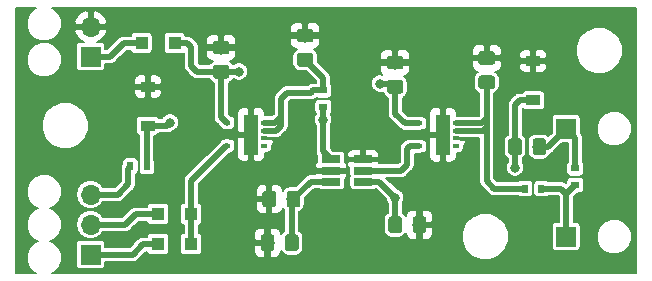
<source format=gtl>
G04 #@! TF.GenerationSoftware,KiCad,Pcbnew,(6.0.0-rc1-dev-313-g8db361882)*
G04 #@! TF.CreationDate,2018-08-23T14:32:26-04:00*
G04 #@! TF.ProjectId,SingleShotICbased,53696E676C6553686F74494362617365,rev?*
G04 #@! TF.SameCoordinates,Original*
G04 #@! TF.FileFunction,Copper,L1,Top,Signal*
G04 #@! TF.FilePolarity,Positive*
%FSLAX46Y46*%
G04 Gerber Fmt 4.6, Leading zero omitted, Abs format (unit mm)*
G04 Created by KiCad (PCBNEW (6.0.0-rc1-dev-313-g8db361882)) date 08/23/18 14:32:26*
%MOMM*%
%LPD*%
G01*
G04 APERTURE LIST*
G04 #@! TA.AperFunction,Conductor*
%ADD10C,0.100000*%
G04 #@! TD*
G04 #@! TA.AperFunction,SMDPad,CuDef*
%ADD11C,1.150000*%
G04 #@! TD*
G04 #@! TA.AperFunction,SMDPad,CuDef*
%ADD12R,1.200000X0.900000*%
G04 #@! TD*
G04 #@! TA.AperFunction,SMDPad,CuDef*
%ADD13R,0.700000X0.600000*%
G04 #@! TD*
G04 #@! TA.AperFunction,SMDPad,CuDef*
%ADD14R,1.100000X1.100000*%
G04 #@! TD*
G04 #@! TA.AperFunction,SMDPad,CuDef*
%ADD15R,0.600000X0.700000*%
G04 #@! TD*
G04 #@! TA.AperFunction,ComponentPad*
%ADD16R,1.700000X1.700000*%
G04 #@! TD*
G04 #@! TA.AperFunction,ComponentPad*
%ADD17O,1.700000X1.700000*%
G04 #@! TD*
G04 #@! TA.AperFunction,SMDPad,CuDef*
%ADD18R,0.580000X0.400000*%
G04 #@! TD*
G04 #@! TA.AperFunction,SMDPad,CuDef*
%ADD19R,1.210000X3.500000*%
G04 #@! TD*
G04 #@! TA.AperFunction,SMDPad,CuDef*
%ADD20R,1.560000X0.650000*%
G04 #@! TD*
G04 #@! TA.AperFunction,ViaPad*
%ADD21C,0.800000*%
G04 #@! TD*
G04 #@! TA.AperFunction,Conductor*
%ADD22C,0.500000*%
G04 #@! TD*
G04 #@! TA.AperFunction,Conductor*
%ADD23C,0.150000*%
G04 #@! TD*
G04 APERTURE END LIST*
D10*
G04 #@! TO.N,Earth*
G04 #@! TO.C,C1*
G36*
X131538505Y-82475204D02*
X131562773Y-82478804D01*
X131586572Y-82484765D01*
X131609671Y-82493030D01*
X131631850Y-82503520D01*
X131652893Y-82516132D01*
X131672599Y-82530747D01*
X131690777Y-82547223D01*
X131707253Y-82565401D01*
X131721868Y-82585107D01*
X131734480Y-82606150D01*
X131744970Y-82628329D01*
X131753235Y-82651428D01*
X131759196Y-82675227D01*
X131762796Y-82699495D01*
X131764000Y-82723999D01*
X131764000Y-83374001D01*
X131762796Y-83398505D01*
X131759196Y-83422773D01*
X131753235Y-83446572D01*
X131744970Y-83469671D01*
X131734480Y-83491850D01*
X131721868Y-83512893D01*
X131707253Y-83532599D01*
X131690777Y-83550777D01*
X131672599Y-83567253D01*
X131652893Y-83581868D01*
X131631850Y-83594480D01*
X131609671Y-83604970D01*
X131586572Y-83613235D01*
X131562773Y-83619196D01*
X131538505Y-83622796D01*
X131514001Y-83624000D01*
X130613999Y-83624000D01*
X130589495Y-83622796D01*
X130565227Y-83619196D01*
X130541428Y-83613235D01*
X130518329Y-83604970D01*
X130496150Y-83594480D01*
X130475107Y-83581868D01*
X130455401Y-83567253D01*
X130437223Y-83550777D01*
X130420747Y-83532599D01*
X130406132Y-83512893D01*
X130393520Y-83491850D01*
X130383030Y-83469671D01*
X130374765Y-83446572D01*
X130368804Y-83422773D01*
X130365204Y-83398505D01*
X130364000Y-83374001D01*
X130364000Y-82723999D01*
X130365204Y-82699495D01*
X130368804Y-82675227D01*
X130374765Y-82651428D01*
X130383030Y-82628329D01*
X130393520Y-82606150D01*
X130406132Y-82585107D01*
X130420747Y-82565401D01*
X130437223Y-82547223D01*
X130455401Y-82530747D01*
X130475107Y-82516132D01*
X130496150Y-82503520D01*
X130518329Y-82493030D01*
X130541428Y-82484765D01*
X130565227Y-82478804D01*
X130589495Y-82475204D01*
X130613999Y-82474000D01*
X131514001Y-82474000D01*
X131538505Y-82475204D01*
X131538505Y-82475204D01*
G37*
D11*
G04 #@! TD*
G04 #@! TO.P,C1,2*
G04 #@! TO.N,Earth*
X131064000Y-83049000D03*
D10*
G04 #@! TO.N,/LV_BATT+_DIODE*
G04 #@! TO.C,C1*
G36*
X131538505Y-84525204D02*
X131562773Y-84528804D01*
X131586572Y-84534765D01*
X131609671Y-84543030D01*
X131631850Y-84553520D01*
X131652893Y-84566132D01*
X131672599Y-84580747D01*
X131690777Y-84597223D01*
X131707253Y-84615401D01*
X131721868Y-84635107D01*
X131734480Y-84656150D01*
X131744970Y-84678329D01*
X131753235Y-84701428D01*
X131759196Y-84725227D01*
X131762796Y-84749495D01*
X131764000Y-84773999D01*
X131764000Y-85424001D01*
X131762796Y-85448505D01*
X131759196Y-85472773D01*
X131753235Y-85496572D01*
X131744970Y-85519671D01*
X131734480Y-85541850D01*
X131721868Y-85562893D01*
X131707253Y-85582599D01*
X131690777Y-85600777D01*
X131672599Y-85617253D01*
X131652893Y-85631868D01*
X131631850Y-85644480D01*
X131609671Y-85654970D01*
X131586572Y-85663235D01*
X131562773Y-85669196D01*
X131538505Y-85672796D01*
X131514001Y-85674000D01*
X130613999Y-85674000D01*
X130589495Y-85672796D01*
X130565227Y-85669196D01*
X130541428Y-85663235D01*
X130518329Y-85654970D01*
X130496150Y-85644480D01*
X130475107Y-85631868D01*
X130455401Y-85617253D01*
X130437223Y-85600777D01*
X130420747Y-85582599D01*
X130406132Y-85562893D01*
X130393520Y-85541850D01*
X130383030Y-85519671D01*
X130374765Y-85496572D01*
X130368804Y-85472773D01*
X130365204Y-85448505D01*
X130364000Y-85424001D01*
X130364000Y-84773999D01*
X130365204Y-84749495D01*
X130368804Y-84725227D01*
X130374765Y-84701428D01*
X130383030Y-84678329D01*
X130393520Y-84656150D01*
X130406132Y-84635107D01*
X130420747Y-84615401D01*
X130437223Y-84597223D01*
X130455401Y-84580747D01*
X130475107Y-84566132D01*
X130496150Y-84553520D01*
X130518329Y-84543030D01*
X130541428Y-84534765D01*
X130565227Y-84528804D01*
X130589495Y-84525204D01*
X130613999Y-84524000D01*
X131514001Y-84524000D01*
X131538505Y-84525204D01*
X131538505Y-84525204D01*
G37*
D11*
G04 #@! TD*
G04 #@! TO.P,C1,1*
G04 #@! TO.N,/LV_BATT+_DIODE*
X131064000Y-85099000D03*
D10*
G04 #@! TO.N,/LIN_SSR_ANODE*
G04 #@! TO.C,C2*
G36*
X154017505Y-85414204D02*
X154041773Y-85417804D01*
X154065572Y-85423765D01*
X154088671Y-85432030D01*
X154110850Y-85442520D01*
X154131893Y-85455132D01*
X154151599Y-85469747D01*
X154169777Y-85486223D01*
X154186253Y-85504401D01*
X154200868Y-85524107D01*
X154213480Y-85545150D01*
X154223970Y-85567329D01*
X154232235Y-85590428D01*
X154238196Y-85614227D01*
X154241796Y-85638495D01*
X154243000Y-85662999D01*
X154243000Y-86313001D01*
X154241796Y-86337505D01*
X154238196Y-86361773D01*
X154232235Y-86385572D01*
X154223970Y-86408671D01*
X154213480Y-86430850D01*
X154200868Y-86451893D01*
X154186253Y-86471599D01*
X154169777Y-86489777D01*
X154151599Y-86506253D01*
X154131893Y-86520868D01*
X154110850Y-86533480D01*
X154088671Y-86543970D01*
X154065572Y-86552235D01*
X154041773Y-86558196D01*
X154017505Y-86561796D01*
X153993001Y-86563000D01*
X153092999Y-86563000D01*
X153068495Y-86561796D01*
X153044227Y-86558196D01*
X153020428Y-86552235D01*
X152997329Y-86543970D01*
X152975150Y-86533480D01*
X152954107Y-86520868D01*
X152934401Y-86506253D01*
X152916223Y-86489777D01*
X152899747Y-86471599D01*
X152885132Y-86451893D01*
X152872520Y-86430850D01*
X152862030Y-86408671D01*
X152853765Y-86385572D01*
X152847804Y-86361773D01*
X152844204Y-86337505D01*
X152843000Y-86313001D01*
X152843000Y-85662999D01*
X152844204Y-85638495D01*
X152847804Y-85614227D01*
X152853765Y-85590428D01*
X152862030Y-85567329D01*
X152872520Y-85545150D01*
X152885132Y-85524107D01*
X152899747Y-85504401D01*
X152916223Y-85486223D01*
X152934401Y-85469747D01*
X152954107Y-85455132D01*
X152975150Y-85442520D01*
X152997329Y-85432030D01*
X153020428Y-85423765D01*
X153044227Y-85417804D01*
X153068495Y-85414204D01*
X153092999Y-85413000D01*
X153993001Y-85413000D01*
X154017505Y-85414204D01*
X154017505Y-85414204D01*
G37*
D11*
G04 #@! TD*
G04 #@! TO.P,C2,1*
G04 #@! TO.N,/LIN_SSR_ANODE*
X153543000Y-85988000D03*
D10*
G04 #@! TO.N,Earth*
G04 #@! TO.C,C2*
G36*
X154017505Y-83364204D02*
X154041773Y-83367804D01*
X154065572Y-83373765D01*
X154088671Y-83382030D01*
X154110850Y-83392520D01*
X154131893Y-83405132D01*
X154151599Y-83419747D01*
X154169777Y-83436223D01*
X154186253Y-83454401D01*
X154200868Y-83474107D01*
X154213480Y-83495150D01*
X154223970Y-83517329D01*
X154232235Y-83540428D01*
X154238196Y-83564227D01*
X154241796Y-83588495D01*
X154243000Y-83612999D01*
X154243000Y-84263001D01*
X154241796Y-84287505D01*
X154238196Y-84311773D01*
X154232235Y-84335572D01*
X154223970Y-84358671D01*
X154213480Y-84380850D01*
X154200868Y-84401893D01*
X154186253Y-84421599D01*
X154169777Y-84439777D01*
X154151599Y-84456253D01*
X154131893Y-84470868D01*
X154110850Y-84483480D01*
X154088671Y-84493970D01*
X154065572Y-84502235D01*
X154041773Y-84508196D01*
X154017505Y-84511796D01*
X153993001Y-84513000D01*
X153092999Y-84513000D01*
X153068495Y-84511796D01*
X153044227Y-84508196D01*
X153020428Y-84502235D01*
X152997329Y-84493970D01*
X152975150Y-84483480D01*
X152954107Y-84470868D01*
X152934401Y-84456253D01*
X152916223Y-84439777D01*
X152899747Y-84421599D01*
X152885132Y-84401893D01*
X152872520Y-84380850D01*
X152862030Y-84358671D01*
X152853765Y-84335572D01*
X152847804Y-84311773D01*
X152844204Y-84287505D01*
X152843000Y-84263001D01*
X152843000Y-83612999D01*
X152844204Y-83588495D01*
X152847804Y-83564227D01*
X152853765Y-83540428D01*
X152862030Y-83517329D01*
X152872520Y-83495150D01*
X152885132Y-83474107D01*
X152899747Y-83454401D01*
X152916223Y-83436223D01*
X152934401Y-83419747D01*
X152954107Y-83405132D01*
X152975150Y-83392520D01*
X152997329Y-83382030D01*
X153020428Y-83373765D01*
X153044227Y-83367804D01*
X153068495Y-83364204D01*
X153092999Y-83363000D01*
X153993001Y-83363000D01*
X154017505Y-83364204D01*
X154017505Y-83364204D01*
G37*
D11*
G04 #@! TD*
G04 #@! TO.P,C2,2*
G04 #@! TO.N,Earth*
X153543000Y-83938000D03*
D10*
G04 #@! TO.N,Earth*
G04 #@! TO.C,C3*
G36*
X146270505Y-83745204D02*
X146294773Y-83748804D01*
X146318572Y-83754765D01*
X146341671Y-83763030D01*
X146363850Y-83773520D01*
X146384893Y-83786132D01*
X146404599Y-83800747D01*
X146422777Y-83817223D01*
X146439253Y-83835401D01*
X146453868Y-83855107D01*
X146466480Y-83876150D01*
X146476970Y-83898329D01*
X146485235Y-83921428D01*
X146491196Y-83945227D01*
X146494796Y-83969495D01*
X146496000Y-83993999D01*
X146496000Y-84644001D01*
X146494796Y-84668505D01*
X146491196Y-84692773D01*
X146485235Y-84716572D01*
X146476970Y-84739671D01*
X146466480Y-84761850D01*
X146453868Y-84782893D01*
X146439253Y-84802599D01*
X146422777Y-84820777D01*
X146404599Y-84837253D01*
X146384893Y-84851868D01*
X146363850Y-84864480D01*
X146341671Y-84874970D01*
X146318572Y-84883235D01*
X146294773Y-84889196D01*
X146270505Y-84892796D01*
X146246001Y-84894000D01*
X145345999Y-84894000D01*
X145321495Y-84892796D01*
X145297227Y-84889196D01*
X145273428Y-84883235D01*
X145250329Y-84874970D01*
X145228150Y-84864480D01*
X145207107Y-84851868D01*
X145187401Y-84837253D01*
X145169223Y-84820777D01*
X145152747Y-84802599D01*
X145138132Y-84782893D01*
X145125520Y-84761850D01*
X145115030Y-84739671D01*
X145106765Y-84716572D01*
X145100804Y-84692773D01*
X145097204Y-84668505D01*
X145096000Y-84644001D01*
X145096000Y-83993999D01*
X145097204Y-83969495D01*
X145100804Y-83945227D01*
X145106765Y-83921428D01*
X145115030Y-83898329D01*
X145125520Y-83876150D01*
X145138132Y-83855107D01*
X145152747Y-83835401D01*
X145169223Y-83817223D01*
X145187401Y-83800747D01*
X145207107Y-83786132D01*
X145228150Y-83773520D01*
X145250329Y-83763030D01*
X145273428Y-83754765D01*
X145297227Y-83748804D01*
X145321495Y-83745204D01*
X145345999Y-83744000D01*
X146246001Y-83744000D01*
X146270505Y-83745204D01*
X146270505Y-83745204D01*
G37*
D11*
G04 #@! TD*
G04 #@! TO.P,C3,2*
G04 #@! TO.N,Earth*
X145796000Y-84319000D03*
D10*
G04 #@! TO.N,/LV_BATT+_DIODE*
G04 #@! TO.C,C3*
G36*
X146270505Y-85795204D02*
X146294773Y-85798804D01*
X146318572Y-85804765D01*
X146341671Y-85813030D01*
X146363850Y-85823520D01*
X146384893Y-85836132D01*
X146404599Y-85850747D01*
X146422777Y-85867223D01*
X146439253Y-85885401D01*
X146453868Y-85905107D01*
X146466480Y-85926150D01*
X146476970Y-85948329D01*
X146485235Y-85971428D01*
X146491196Y-85995227D01*
X146494796Y-86019495D01*
X146496000Y-86043999D01*
X146496000Y-86694001D01*
X146494796Y-86718505D01*
X146491196Y-86742773D01*
X146485235Y-86766572D01*
X146476970Y-86789671D01*
X146466480Y-86811850D01*
X146453868Y-86832893D01*
X146439253Y-86852599D01*
X146422777Y-86870777D01*
X146404599Y-86887253D01*
X146384893Y-86901868D01*
X146363850Y-86914480D01*
X146341671Y-86924970D01*
X146318572Y-86933235D01*
X146294773Y-86939196D01*
X146270505Y-86942796D01*
X146246001Y-86944000D01*
X145345999Y-86944000D01*
X145321495Y-86942796D01*
X145297227Y-86939196D01*
X145273428Y-86933235D01*
X145250329Y-86924970D01*
X145228150Y-86914480D01*
X145207107Y-86901868D01*
X145187401Y-86887253D01*
X145169223Y-86870777D01*
X145152747Y-86852599D01*
X145138132Y-86832893D01*
X145125520Y-86811850D01*
X145115030Y-86789671D01*
X145106765Y-86766572D01*
X145100804Y-86742773D01*
X145097204Y-86718505D01*
X145096000Y-86694001D01*
X145096000Y-86043999D01*
X145097204Y-86019495D01*
X145100804Y-85995227D01*
X145106765Y-85971428D01*
X145115030Y-85948329D01*
X145125520Y-85926150D01*
X145138132Y-85905107D01*
X145152747Y-85885401D01*
X145169223Y-85867223D01*
X145187401Y-85850747D01*
X145207107Y-85836132D01*
X145228150Y-85823520D01*
X145250329Y-85813030D01*
X145273428Y-85804765D01*
X145297227Y-85798804D01*
X145321495Y-85795204D01*
X145345999Y-85794000D01*
X146246001Y-85794000D01*
X146270505Y-85795204D01*
X146270505Y-85795204D01*
G37*
D11*
G04 #@! TD*
G04 #@! TO.P,C3,1*
G04 #@! TO.N,/LV_BATT+_DIODE*
X145796000Y-86369000D03*
D10*
G04 #@! TO.N,/LIN_TIMER_VDD*
G04 #@! TO.C,C4*
G36*
X138650505Y-83509204D02*
X138674773Y-83512804D01*
X138698572Y-83518765D01*
X138721671Y-83527030D01*
X138743850Y-83537520D01*
X138764893Y-83550132D01*
X138784599Y-83564747D01*
X138802777Y-83581223D01*
X138819253Y-83599401D01*
X138833868Y-83619107D01*
X138846480Y-83640150D01*
X138856970Y-83662329D01*
X138865235Y-83685428D01*
X138871196Y-83709227D01*
X138874796Y-83733495D01*
X138876000Y-83757999D01*
X138876000Y-84408001D01*
X138874796Y-84432505D01*
X138871196Y-84456773D01*
X138865235Y-84480572D01*
X138856970Y-84503671D01*
X138846480Y-84525850D01*
X138833868Y-84546893D01*
X138819253Y-84566599D01*
X138802777Y-84584777D01*
X138784599Y-84601253D01*
X138764893Y-84615868D01*
X138743850Y-84628480D01*
X138721671Y-84638970D01*
X138698572Y-84647235D01*
X138674773Y-84653196D01*
X138650505Y-84656796D01*
X138626001Y-84658000D01*
X137725999Y-84658000D01*
X137701495Y-84656796D01*
X137677227Y-84653196D01*
X137653428Y-84647235D01*
X137630329Y-84638970D01*
X137608150Y-84628480D01*
X137587107Y-84615868D01*
X137567401Y-84601253D01*
X137549223Y-84584777D01*
X137532747Y-84566599D01*
X137518132Y-84546893D01*
X137505520Y-84525850D01*
X137495030Y-84503671D01*
X137486765Y-84480572D01*
X137480804Y-84456773D01*
X137477204Y-84432505D01*
X137476000Y-84408001D01*
X137476000Y-83757999D01*
X137477204Y-83733495D01*
X137480804Y-83709227D01*
X137486765Y-83685428D01*
X137495030Y-83662329D01*
X137505520Y-83640150D01*
X137518132Y-83619107D01*
X137532747Y-83599401D01*
X137549223Y-83581223D01*
X137567401Y-83564747D01*
X137587107Y-83550132D01*
X137608150Y-83537520D01*
X137630329Y-83527030D01*
X137653428Y-83518765D01*
X137677227Y-83512804D01*
X137701495Y-83509204D01*
X137725999Y-83508000D01*
X138626001Y-83508000D01*
X138650505Y-83509204D01*
X138650505Y-83509204D01*
G37*
D11*
G04 #@! TD*
G04 #@! TO.P,C4,1*
G04 #@! TO.N,/LIN_TIMER_VDD*
X138176000Y-84083000D03*
D10*
G04 #@! TO.N,Earth*
G04 #@! TO.C,C4*
G36*
X138650505Y-81459204D02*
X138674773Y-81462804D01*
X138698572Y-81468765D01*
X138721671Y-81477030D01*
X138743850Y-81487520D01*
X138764893Y-81500132D01*
X138784599Y-81514747D01*
X138802777Y-81531223D01*
X138819253Y-81549401D01*
X138833868Y-81569107D01*
X138846480Y-81590150D01*
X138856970Y-81612329D01*
X138865235Y-81635428D01*
X138871196Y-81659227D01*
X138874796Y-81683495D01*
X138876000Y-81707999D01*
X138876000Y-82358001D01*
X138874796Y-82382505D01*
X138871196Y-82406773D01*
X138865235Y-82430572D01*
X138856970Y-82453671D01*
X138846480Y-82475850D01*
X138833868Y-82496893D01*
X138819253Y-82516599D01*
X138802777Y-82534777D01*
X138784599Y-82551253D01*
X138764893Y-82565868D01*
X138743850Y-82578480D01*
X138721671Y-82588970D01*
X138698572Y-82597235D01*
X138674773Y-82603196D01*
X138650505Y-82606796D01*
X138626001Y-82608000D01*
X137725999Y-82608000D01*
X137701495Y-82606796D01*
X137677227Y-82603196D01*
X137653428Y-82597235D01*
X137630329Y-82588970D01*
X137608150Y-82578480D01*
X137587107Y-82565868D01*
X137567401Y-82551253D01*
X137549223Y-82534777D01*
X137532747Y-82516599D01*
X137518132Y-82496893D01*
X137505520Y-82475850D01*
X137495030Y-82453671D01*
X137486765Y-82430572D01*
X137480804Y-82406773D01*
X137477204Y-82382505D01*
X137476000Y-82358001D01*
X137476000Y-81707999D01*
X137477204Y-81683495D01*
X137480804Y-81659227D01*
X137486765Y-81635428D01*
X137495030Y-81612329D01*
X137505520Y-81590150D01*
X137518132Y-81569107D01*
X137532747Y-81549401D01*
X137549223Y-81531223D01*
X137567401Y-81514747D01*
X137587107Y-81500132D01*
X137608150Y-81487520D01*
X137630329Y-81477030D01*
X137653428Y-81468765D01*
X137677227Y-81462804D01*
X137701495Y-81459204D01*
X137725999Y-81458000D01*
X138626001Y-81458000D01*
X138650505Y-81459204D01*
X138650505Y-81459204D01*
G37*
D11*
G04 #@! TD*
G04 #@! TO.P,C4,2*
G04 #@! TO.N,Earth*
X138176000Y-82033000D03*
D12*
G04 #@! TO.P,D1,1*
G04 #@! TO.N,/TIMER_DONE*
X157480000Y-87502000D03*
G04 #@! TO.P,D1,2*
G04 #@! TO.N,Earth*
X157480000Y-84202000D03*
G04 #@! TD*
D13*
G04 #@! TO.P,D2,2*
G04 #@! TO.N,Net-(D2-Pad2)*
X161036000Y-93280000D03*
G04 #@! TO.P,D2,1*
G04 #@! TO.N,Net-(D2-Pad1)*
X161036000Y-94680000D03*
G04 #@! TD*
D14*
G04 #@! TO.P,D3,1*
G04 #@! TO.N,/LV_BATT+_DIODE*
X127130000Y-82677000D03*
G04 #@! TO.P,D3,2*
G04 #@! TO.N,/LV_BATT+_RAW*
X124330000Y-82677000D03*
G04 #@! TD*
D15*
G04 #@! TO.P,D4,2*
G04 #@! TO.N,/LIN_SSR_ANODE*
X156780000Y-94996000D03*
G04 #@! TO.P,D4,1*
G04 #@! TO.N,Net-(D2-Pad1)*
X158180000Y-94996000D03*
G04 #@! TD*
D13*
G04 #@! TO.P,D5,1*
G04 #@! TO.N,/TIMER_VDD*
X139700000Y-88076000D03*
G04 #@! TO.P,D5,2*
G04 #@! TO.N,/LIN_TIMER_VDD*
X139700000Y-86676000D03*
G04 #@! TD*
D14*
G04 #@! TO.P,D6,1*
G04 #@! TO.N,/LIN_TIMER_EN*
X128527000Y-99695000D03*
G04 #@! TO.P,D6,2*
G04 #@! TO.N,/GRND_ESTP*
X125727000Y-99695000D03*
G04 #@! TD*
G04 #@! TO.P,D7,2*
G04 #@! TO.N,/PLAT_ESTOP*
X125727000Y-97155000D03*
G04 #@! TO.P,D7,1*
G04 #@! TO.N,/LIN_TIMER_EN*
X128527000Y-97155000D03*
G04 #@! TD*
D15*
G04 #@! TO.P,D8,1*
G04 #@! TO.N,/TIMER_VDD*
X124779000Y-93091000D03*
G04 #@! TO.P,D8,2*
G04 #@! TO.N,/TMATICS*
X123379000Y-93091000D03*
G04 #@! TD*
D12*
G04 #@! TO.P,D9,2*
G04 #@! TO.N,Earth*
X124841000Y-86361000D03*
G04 #@! TO.P,D9,1*
G04 #@! TO.N,/TIMER_VDD*
X124841000Y-89661000D03*
G04 #@! TD*
D16*
G04 #@! TO.P,J1,1*
G04 #@! TO.N,Net-(D2-Pad2)*
X160274000Y-89916000D03*
G04 #@! TD*
G04 #@! TO.P,J2,1*
G04 #@! TO.N,/LV_BATT+_RAW*
X120015000Y-83820000D03*
D17*
G04 #@! TO.P,J2,2*
G04 #@! TO.N,Earth*
X120015000Y-81280000D03*
G04 #@! TD*
D16*
G04 #@! TO.P,J3,1*
G04 #@! TO.N,Net-(D2-Pad1)*
X160274000Y-99060000D03*
G04 #@! TD*
G04 #@! TO.P,J4,1*
G04 #@! TO.N,/GRND_ESTP*
X120015000Y-100584000D03*
D17*
G04 #@! TO.P,J4,2*
G04 #@! TO.N,/PLAT_ESTOP*
X120015000Y-98044000D03*
G04 #@! TO.P,J4,3*
G04 #@! TO.N,/TMATICS*
X120015000Y-95504000D03*
G04 #@! TD*
D10*
G04 #@! TO.N,/TIMER_DONE*
G04 #@! TO.C,R1*
G36*
X156296505Y-90741204D02*
X156320773Y-90744804D01*
X156344572Y-90750765D01*
X156367671Y-90759030D01*
X156389850Y-90769520D01*
X156410893Y-90782132D01*
X156430599Y-90796747D01*
X156448777Y-90813223D01*
X156465253Y-90831401D01*
X156479868Y-90851107D01*
X156492480Y-90872150D01*
X156502970Y-90894329D01*
X156511235Y-90917428D01*
X156517196Y-90941227D01*
X156520796Y-90965495D01*
X156522000Y-90989999D01*
X156522000Y-91890001D01*
X156520796Y-91914505D01*
X156517196Y-91938773D01*
X156511235Y-91962572D01*
X156502970Y-91985671D01*
X156492480Y-92007850D01*
X156479868Y-92028893D01*
X156465253Y-92048599D01*
X156448777Y-92066777D01*
X156430599Y-92083253D01*
X156410893Y-92097868D01*
X156389850Y-92110480D01*
X156367671Y-92120970D01*
X156344572Y-92129235D01*
X156320773Y-92135196D01*
X156296505Y-92138796D01*
X156272001Y-92140000D01*
X155621999Y-92140000D01*
X155597495Y-92138796D01*
X155573227Y-92135196D01*
X155549428Y-92129235D01*
X155526329Y-92120970D01*
X155504150Y-92110480D01*
X155483107Y-92097868D01*
X155463401Y-92083253D01*
X155445223Y-92066777D01*
X155428747Y-92048599D01*
X155414132Y-92028893D01*
X155401520Y-92007850D01*
X155391030Y-91985671D01*
X155382765Y-91962572D01*
X155376804Y-91938773D01*
X155373204Y-91914505D01*
X155372000Y-91890001D01*
X155372000Y-90989999D01*
X155373204Y-90965495D01*
X155376804Y-90941227D01*
X155382765Y-90917428D01*
X155391030Y-90894329D01*
X155401520Y-90872150D01*
X155414132Y-90851107D01*
X155428747Y-90831401D01*
X155445223Y-90813223D01*
X155463401Y-90796747D01*
X155483107Y-90782132D01*
X155504150Y-90769520D01*
X155526329Y-90759030D01*
X155549428Y-90750765D01*
X155573227Y-90744804D01*
X155597495Y-90741204D01*
X155621999Y-90740000D01*
X156272001Y-90740000D01*
X156296505Y-90741204D01*
X156296505Y-90741204D01*
G37*
D11*
G04 #@! TD*
G04 #@! TO.P,R1,1*
G04 #@! TO.N,/TIMER_DONE*
X155947000Y-91440000D03*
D10*
G04 #@! TO.N,Net-(D2-Pad2)*
G04 #@! TO.C,R1*
G36*
X158346505Y-90741204D02*
X158370773Y-90744804D01*
X158394572Y-90750765D01*
X158417671Y-90759030D01*
X158439850Y-90769520D01*
X158460893Y-90782132D01*
X158480599Y-90796747D01*
X158498777Y-90813223D01*
X158515253Y-90831401D01*
X158529868Y-90851107D01*
X158542480Y-90872150D01*
X158552970Y-90894329D01*
X158561235Y-90917428D01*
X158567196Y-90941227D01*
X158570796Y-90965495D01*
X158572000Y-90989999D01*
X158572000Y-91890001D01*
X158570796Y-91914505D01*
X158567196Y-91938773D01*
X158561235Y-91962572D01*
X158552970Y-91985671D01*
X158542480Y-92007850D01*
X158529868Y-92028893D01*
X158515253Y-92048599D01*
X158498777Y-92066777D01*
X158480599Y-92083253D01*
X158460893Y-92097868D01*
X158439850Y-92110480D01*
X158417671Y-92120970D01*
X158394572Y-92129235D01*
X158370773Y-92135196D01*
X158346505Y-92138796D01*
X158322001Y-92140000D01*
X157671999Y-92140000D01*
X157647495Y-92138796D01*
X157623227Y-92135196D01*
X157599428Y-92129235D01*
X157576329Y-92120970D01*
X157554150Y-92110480D01*
X157533107Y-92097868D01*
X157513401Y-92083253D01*
X157495223Y-92066777D01*
X157478747Y-92048599D01*
X157464132Y-92028893D01*
X157451520Y-92007850D01*
X157441030Y-91985671D01*
X157432765Y-91962572D01*
X157426804Y-91938773D01*
X157423204Y-91914505D01*
X157422000Y-91890001D01*
X157422000Y-90989999D01*
X157423204Y-90965495D01*
X157426804Y-90941227D01*
X157432765Y-90917428D01*
X157441030Y-90894329D01*
X157451520Y-90872150D01*
X157464132Y-90851107D01*
X157478747Y-90831401D01*
X157495223Y-90813223D01*
X157513401Y-90796747D01*
X157533107Y-90782132D01*
X157554150Y-90769520D01*
X157576329Y-90759030D01*
X157599428Y-90750765D01*
X157623227Y-90744804D01*
X157647495Y-90741204D01*
X157671999Y-90740000D01*
X158322001Y-90740000D01*
X158346505Y-90741204D01*
X158346505Y-90741204D01*
G37*
D11*
G04 #@! TD*
G04 #@! TO.P,R1,2*
G04 #@! TO.N,Net-(D2-Pad2)*
X157997000Y-91440000D03*
D10*
G04 #@! TO.N,Earth*
G04 #@! TO.C,R2*
G36*
X135341505Y-98869204D02*
X135365773Y-98872804D01*
X135389572Y-98878765D01*
X135412671Y-98887030D01*
X135434850Y-98897520D01*
X135455893Y-98910132D01*
X135475599Y-98924747D01*
X135493777Y-98941223D01*
X135510253Y-98959401D01*
X135524868Y-98979107D01*
X135537480Y-99000150D01*
X135547970Y-99022329D01*
X135556235Y-99045428D01*
X135562196Y-99069227D01*
X135565796Y-99093495D01*
X135567000Y-99117999D01*
X135567000Y-100018001D01*
X135565796Y-100042505D01*
X135562196Y-100066773D01*
X135556235Y-100090572D01*
X135547970Y-100113671D01*
X135537480Y-100135850D01*
X135524868Y-100156893D01*
X135510253Y-100176599D01*
X135493777Y-100194777D01*
X135475599Y-100211253D01*
X135455893Y-100225868D01*
X135434850Y-100238480D01*
X135412671Y-100248970D01*
X135389572Y-100257235D01*
X135365773Y-100263196D01*
X135341505Y-100266796D01*
X135317001Y-100268000D01*
X134666999Y-100268000D01*
X134642495Y-100266796D01*
X134618227Y-100263196D01*
X134594428Y-100257235D01*
X134571329Y-100248970D01*
X134549150Y-100238480D01*
X134528107Y-100225868D01*
X134508401Y-100211253D01*
X134490223Y-100194777D01*
X134473747Y-100176599D01*
X134459132Y-100156893D01*
X134446520Y-100135850D01*
X134436030Y-100113671D01*
X134427765Y-100090572D01*
X134421804Y-100066773D01*
X134418204Y-100042505D01*
X134417000Y-100018001D01*
X134417000Y-99117999D01*
X134418204Y-99093495D01*
X134421804Y-99069227D01*
X134427765Y-99045428D01*
X134436030Y-99022329D01*
X134446520Y-99000150D01*
X134459132Y-98979107D01*
X134473747Y-98959401D01*
X134490223Y-98941223D01*
X134508401Y-98924747D01*
X134528107Y-98910132D01*
X134549150Y-98897520D01*
X134571329Y-98887030D01*
X134594428Y-98878765D01*
X134618227Y-98872804D01*
X134642495Y-98869204D01*
X134666999Y-98868000D01*
X135317001Y-98868000D01*
X135341505Y-98869204D01*
X135341505Y-98869204D01*
G37*
D11*
G04 #@! TD*
G04 #@! TO.P,R2,2*
G04 #@! TO.N,Earth*
X134992000Y-99568000D03*
D10*
G04 #@! TO.N,Net-(R2-Pad1)*
G04 #@! TO.C,R2*
G36*
X137391505Y-98869204D02*
X137415773Y-98872804D01*
X137439572Y-98878765D01*
X137462671Y-98887030D01*
X137484850Y-98897520D01*
X137505893Y-98910132D01*
X137525599Y-98924747D01*
X137543777Y-98941223D01*
X137560253Y-98959401D01*
X137574868Y-98979107D01*
X137587480Y-99000150D01*
X137597970Y-99022329D01*
X137606235Y-99045428D01*
X137612196Y-99069227D01*
X137615796Y-99093495D01*
X137617000Y-99117999D01*
X137617000Y-100018001D01*
X137615796Y-100042505D01*
X137612196Y-100066773D01*
X137606235Y-100090572D01*
X137597970Y-100113671D01*
X137587480Y-100135850D01*
X137574868Y-100156893D01*
X137560253Y-100176599D01*
X137543777Y-100194777D01*
X137525599Y-100211253D01*
X137505893Y-100225868D01*
X137484850Y-100238480D01*
X137462671Y-100248970D01*
X137439572Y-100257235D01*
X137415773Y-100263196D01*
X137391505Y-100266796D01*
X137367001Y-100268000D01*
X136716999Y-100268000D01*
X136692495Y-100266796D01*
X136668227Y-100263196D01*
X136644428Y-100257235D01*
X136621329Y-100248970D01*
X136599150Y-100238480D01*
X136578107Y-100225868D01*
X136558401Y-100211253D01*
X136540223Y-100194777D01*
X136523747Y-100176599D01*
X136509132Y-100156893D01*
X136496520Y-100135850D01*
X136486030Y-100113671D01*
X136477765Y-100090572D01*
X136471804Y-100066773D01*
X136468204Y-100042505D01*
X136467000Y-100018001D01*
X136467000Y-99117999D01*
X136468204Y-99093495D01*
X136471804Y-99069227D01*
X136477765Y-99045428D01*
X136486030Y-99022329D01*
X136496520Y-99000150D01*
X136509132Y-98979107D01*
X136523747Y-98959401D01*
X136540223Y-98941223D01*
X136558401Y-98924747D01*
X136578107Y-98910132D01*
X136599150Y-98897520D01*
X136621329Y-98887030D01*
X136644428Y-98878765D01*
X136668227Y-98872804D01*
X136692495Y-98869204D01*
X136716999Y-98868000D01*
X137367001Y-98868000D01*
X137391505Y-98869204D01*
X137391505Y-98869204D01*
G37*
D11*
G04 #@! TD*
G04 #@! TO.P,R2,1*
G04 #@! TO.N,Net-(R2-Pad1)*
X137042000Y-99568000D03*
D10*
G04 #@! TO.N,Net-(R2-Pad1)*
G04 #@! TO.C,R3*
G36*
X137527505Y-95186204D02*
X137551773Y-95189804D01*
X137575572Y-95195765D01*
X137598671Y-95204030D01*
X137620850Y-95214520D01*
X137641893Y-95227132D01*
X137661599Y-95241747D01*
X137679777Y-95258223D01*
X137696253Y-95276401D01*
X137710868Y-95296107D01*
X137723480Y-95317150D01*
X137733970Y-95339329D01*
X137742235Y-95362428D01*
X137748196Y-95386227D01*
X137751796Y-95410495D01*
X137753000Y-95434999D01*
X137753000Y-96335001D01*
X137751796Y-96359505D01*
X137748196Y-96383773D01*
X137742235Y-96407572D01*
X137733970Y-96430671D01*
X137723480Y-96452850D01*
X137710868Y-96473893D01*
X137696253Y-96493599D01*
X137679777Y-96511777D01*
X137661599Y-96528253D01*
X137641893Y-96542868D01*
X137620850Y-96555480D01*
X137598671Y-96565970D01*
X137575572Y-96574235D01*
X137551773Y-96580196D01*
X137527505Y-96583796D01*
X137503001Y-96585000D01*
X136852999Y-96585000D01*
X136828495Y-96583796D01*
X136804227Y-96580196D01*
X136780428Y-96574235D01*
X136757329Y-96565970D01*
X136735150Y-96555480D01*
X136714107Y-96542868D01*
X136694401Y-96528253D01*
X136676223Y-96511777D01*
X136659747Y-96493599D01*
X136645132Y-96473893D01*
X136632520Y-96452850D01*
X136622030Y-96430671D01*
X136613765Y-96407572D01*
X136607804Y-96383773D01*
X136604204Y-96359505D01*
X136603000Y-96335001D01*
X136603000Y-95434999D01*
X136604204Y-95410495D01*
X136607804Y-95386227D01*
X136613765Y-95362428D01*
X136622030Y-95339329D01*
X136632520Y-95317150D01*
X136645132Y-95296107D01*
X136659747Y-95276401D01*
X136676223Y-95258223D01*
X136694401Y-95241747D01*
X136714107Y-95227132D01*
X136735150Y-95214520D01*
X136757329Y-95204030D01*
X136780428Y-95195765D01*
X136804227Y-95189804D01*
X136828495Y-95186204D01*
X136852999Y-95185000D01*
X137503001Y-95185000D01*
X137527505Y-95186204D01*
X137527505Y-95186204D01*
G37*
D11*
G04 #@! TD*
G04 #@! TO.P,R3,1*
G04 #@! TO.N,Net-(R2-Pad1)*
X137178000Y-95885000D03*
D10*
G04 #@! TO.N,Earth*
G04 #@! TO.C,R3*
G36*
X135477505Y-95186204D02*
X135501773Y-95189804D01*
X135525572Y-95195765D01*
X135548671Y-95204030D01*
X135570850Y-95214520D01*
X135591893Y-95227132D01*
X135611599Y-95241747D01*
X135629777Y-95258223D01*
X135646253Y-95276401D01*
X135660868Y-95296107D01*
X135673480Y-95317150D01*
X135683970Y-95339329D01*
X135692235Y-95362428D01*
X135698196Y-95386227D01*
X135701796Y-95410495D01*
X135703000Y-95434999D01*
X135703000Y-96335001D01*
X135701796Y-96359505D01*
X135698196Y-96383773D01*
X135692235Y-96407572D01*
X135683970Y-96430671D01*
X135673480Y-96452850D01*
X135660868Y-96473893D01*
X135646253Y-96493599D01*
X135629777Y-96511777D01*
X135611599Y-96528253D01*
X135591893Y-96542868D01*
X135570850Y-96555480D01*
X135548671Y-96565970D01*
X135525572Y-96574235D01*
X135501773Y-96580196D01*
X135477505Y-96583796D01*
X135453001Y-96585000D01*
X134802999Y-96585000D01*
X134778495Y-96583796D01*
X134754227Y-96580196D01*
X134730428Y-96574235D01*
X134707329Y-96565970D01*
X134685150Y-96555480D01*
X134664107Y-96542868D01*
X134644401Y-96528253D01*
X134626223Y-96511777D01*
X134609747Y-96493599D01*
X134595132Y-96473893D01*
X134582520Y-96452850D01*
X134572030Y-96430671D01*
X134563765Y-96407572D01*
X134557804Y-96383773D01*
X134554204Y-96359505D01*
X134553000Y-96335001D01*
X134553000Y-95434999D01*
X134554204Y-95410495D01*
X134557804Y-95386227D01*
X134563765Y-95362428D01*
X134572030Y-95339329D01*
X134582520Y-95317150D01*
X134595132Y-95296107D01*
X134609747Y-95276401D01*
X134626223Y-95258223D01*
X134644401Y-95241747D01*
X134664107Y-95227132D01*
X134685150Y-95214520D01*
X134707329Y-95204030D01*
X134730428Y-95195765D01*
X134754227Y-95189804D01*
X134778495Y-95186204D01*
X134802999Y-95185000D01*
X135453001Y-95185000D01*
X135477505Y-95186204D01*
X135477505Y-95186204D01*
G37*
D11*
G04 #@! TD*
G04 #@! TO.P,R3,2*
G04 #@! TO.N,Earth*
X135128000Y-95885000D03*
D10*
G04 #@! TO.N,Earth*
G04 #@! TO.C,R4*
G36*
X148195505Y-97345204D02*
X148219773Y-97348804D01*
X148243572Y-97354765D01*
X148266671Y-97363030D01*
X148288850Y-97373520D01*
X148309893Y-97386132D01*
X148329599Y-97400747D01*
X148347777Y-97417223D01*
X148364253Y-97435401D01*
X148378868Y-97455107D01*
X148391480Y-97476150D01*
X148401970Y-97498329D01*
X148410235Y-97521428D01*
X148416196Y-97545227D01*
X148419796Y-97569495D01*
X148421000Y-97593999D01*
X148421000Y-98494001D01*
X148419796Y-98518505D01*
X148416196Y-98542773D01*
X148410235Y-98566572D01*
X148401970Y-98589671D01*
X148391480Y-98611850D01*
X148378868Y-98632893D01*
X148364253Y-98652599D01*
X148347777Y-98670777D01*
X148329599Y-98687253D01*
X148309893Y-98701868D01*
X148288850Y-98714480D01*
X148266671Y-98724970D01*
X148243572Y-98733235D01*
X148219773Y-98739196D01*
X148195505Y-98742796D01*
X148171001Y-98744000D01*
X147520999Y-98744000D01*
X147496495Y-98742796D01*
X147472227Y-98739196D01*
X147448428Y-98733235D01*
X147425329Y-98724970D01*
X147403150Y-98714480D01*
X147382107Y-98701868D01*
X147362401Y-98687253D01*
X147344223Y-98670777D01*
X147327747Y-98652599D01*
X147313132Y-98632893D01*
X147300520Y-98611850D01*
X147290030Y-98589671D01*
X147281765Y-98566572D01*
X147275804Y-98542773D01*
X147272204Y-98518505D01*
X147271000Y-98494001D01*
X147271000Y-97593999D01*
X147272204Y-97569495D01*
X147275804Y-97545227D01*
X147281765Y-97521428D01*
X147290030Y-97498329D01*
X147300520Y-97476150D01*
X147313132Y-97455107D01*
X147327747Y-97435401D01*
X147344223Y-97417223D01*
X147362401Y-97400747D01*
X147382107Y-97386132D01*
X147403150Y-97373520D01*
X147425329Y-97363030D01*
X147448428Y-97354765D01*
X147472227Y-97348804D01*
X147496495Y-97345204D01*
X147520999Y-97344000D01*
X148171001Y-97344000D01*
X148195505Y-97345204D01*
X148195505Y-97345204D01*
G37*
D11*
G04 #@! TD*
G04 #@! TO.P,R4,2*
G04 #@! TO.N,Earth*
X147846000Y-98044000D03*
D10*
G04 #@! TO.N,/TIMER_DONE*
G04 #@! TO.C,R4*
G36*
X146145505Y-97345204D02*
X146169773Y-97348804D01*
X146193572Y-97354765D01*
X146216671Y-97363030D01*
X146238850Y-97373520D01*
X146259893Y-97386132D01*
X146279599Y-97400747D01*
X146297777Y-97417223D01*
X146314253Y-97435401D01*
X146328868Y-97455107D01*
X146341480Y-97476150D01*
X146351970Y-97498329D01*
X146360235Y-97521428D01*
X146366196Y-97545227D01*
X146369796Y-97569495D01*
X146371000Y-97593999D01*
X146371000Y-98494001D01*
X146369796Y-98518505D01*
X146366196Y-98542773D01*
X146360235Y-98566572D01*
X146351970Y-98589671D01*
X146341480Y-98611850D01*
X146328868Y-98632893D01*
X146314253Y-98652599D01*
X146297777Y-98670777D01*
X146279599Y-98687253D01*
X146259893Y-98701868D01*
X146238850Y-98714480D01*
X146216671Y-98724970D01*
X146193572Y-98733235D01*
X146169773Y-98739196D01*
X146145505Y-98742796D01*
X146121001Y-98744000D01*
X145470999Y-98744000D01*
X145446495Y-98742796D01*
X145422227Y-98739196D01*
X145398428Y-98733235D01*
X145375329Y-98724970D01*
X145353150Y-98714480D01*
X145332107Y-98701868D01*
X145312401Y-98687253D01*
X145294223Y-98670777D01*
X145277747Y-98652599D01*
X145263132Y-98632893D01*
X145250520Y-98611850D01*
X145240030Y-98589671D01*
X145231765Y-98566572D01*
X145225804Y-98542773D01*
X145222204Y-98518505D01*
X145221000Y-98494001D01*
X145221000Y-97593999D01*
X145222204Y-97569495D01*
X145225804Y-97545227D01*
X145231765Y-97521428D01*
X145240030Y-97498329D01*
X145250520Y-97476150D01*
X145263132Y-97455107D01*
X145277747Y-97435401D01*
X145294223Y-97417223D01*
X145312401Y-97400747D01*
X145332107Y-97386132D01*
X145353150Y-97373520D01*
X145375329Y-97363030D01*
X145398428Y-97354765D01*
X145422227Y-97348804D01*
X145446495Y-97345204D01*
X145470999Y-97344000D01*
X146121001Y-97344000D01*
X146145505Y-97345204D01*
X146145505Y-97345204D01*
G37*
D11*
G04 #@! TD*
G04 #@! TO.P,R4,1*
G04 #@! TO.N,/TIMER_DONE*
X145796000Y-98044000D03*
D18*
G04 #@! TO.P,U1,1*
G04 #@! TO.N,/LV_BATT+_DIODE*
X147802000Y-89449000D03*
G04 #@! TO.P,U1,2*
G04 #@! TO.N,/TIMER_DRVn*
X147802000Y-91399000D03*
G04 #@! TO.P,U1,3*
G04 #@! TO.N,Net-(U1-Pad3)*
X150902000Y-91399000D03*
G04 #@! TO.P,U1,4*
G04 #@! TO.N,Earth*
X150902000Y-90749000D03*
G04 #@! TO.P,U1,5*
G04 #@! TO.N,/LIN_SSR_ANODE*
X150902000Y-90099000D03*
G04 #@! TO.P,U1,6*
X150902000Y-89449000D03*
D19*
G04 #@! TO.P,U1,7*
G04 #@! TO.N,Earth*
X149827000Y-90449000D03*
G04 #@! TD*
G04 #@! TO.P,U2,7*
G04 #@! TO.N,Earth*
X133604000Y-90424000D03*
D18*
G04 #@! TO.P,U2,6*
G04 #@! TO.N,/LIN_TIMER_VDD*
X134679000Y-89424000D03*
G04 #@! TO.P,U2,5*
X134679000Y-90074000D03*
G04 #@! TO.P,U2,4*
G04 #@! TO.N,Earth*
X134679000Y-90724000D03*
G04 #@! TO.P,U2,3*
G04 #@! TO.N,Net-(U2-Pad3)*
X134679000Y-91374000D03*
G04 #@! TO.P,U2,2*
G04 #@! TO.N,/LIN_TIMER_EN*
X131579000Y-91374000D03*
G04 #@! TO.P,U2,1*
G04 #@! TO.N,/LV_BATT+_DIODE*
X131579000Y-89424000D03*
G04 #@! TD*
D20*
G04 #@! TO.P,U3,1*
G04 #@! TO.N,/TIMER_VDD*
X140382000Y-92522000D03*
G04 #@! TO.P,U3,2*
G04 #@! TO.N,Earth*
X140382000Y-93472000D03*
G04 #@! TO.P,U3,3*
G04 #@! TO.N,Net-(R2-Pad1)*
X140382000Y-94422000D03*
G04 #@! TO.P,U3,4*
G04 #@! TO.N,/TIMER_DONE*
X143082000Y-94422000D03*
G04 #@! TO.P,U3,6*
G04 #@! TO.N,Earth*
X143082000Y-92522000D03*
G04 #@! TO.P,U3,5*
G04 #@! TO.N,/TIMER_DRVn*
X143082000Y-93472000D03*
G04 #@! TD*
D21*
G04 #@! TO.N,Earth*
X114300000Y-80010000D03*
X127000000Y-80010000D03*
X133350000Y-80010000D03*
X139700000Y-80010000D03*
X146050000Y-80010000D03*
X152400000Y-80010000D03*
X158750000Y-80010000D03*
X165100000Y-80010000D03*
X165735000Y-85725000D03*
X165735000Y-92075000D03*
X165735000Y-97028000D03*
X165100000Y-101600000D03*
X158750000Y-101600000D03*
X150495000Y-101600000D03*
X146050000Y-101600000D03*
X139700000Y-101600000D03*
X133350000Y-101600000D03*
X127000000Y-101600000D03*
X121920000Y-101600000D03*
X114300000Y-101600000D03*
X114300000Y-97028000D03*
X114300000Y-92075000D03*
X114300000Y-85725000D03*
G04 #@! TO.N,/LV_BATT+_DIODE*
X132588000Y-85090000D03*
X144526000Y-86106000D03*
G04 #@! TO.N,/TIMER_DONE*
X145796000Y-95758000D03*
X155956000Y-93218000D03*
G04 #@! TO.N,/TIMER_VDD*
X126746000Y-89408000D03*
X139700000Y-89154000D03*
G04 #@! TD*
D22*
G04 #@! TO.N,Net-(D2-Pad2)*
X161036000Y-90678000D02*
X160274000Y-89916000D01*
X161036000Y-93280000D02*
X161036000Y-90678000D01*
X158750000Y-91440000D02*
X160274000Y-89916000D01*
X157997000Y-91440000D02*
X158750000Y-91440000D01*
G04 #@! TO.N,Net-(D2-Pad1)*
X160274000Y-95442000D02*
X161036000Y-94680000D01*
X160274000Y-99060000D02*
X160274000Y-95442000D01*
X159828000Y-94996000D02*
X160274000Y-95442000D01*
X158180000Y-94996000D02*
X159828000Y-94996000D01*
G04 #@! TO.N,Net-(R2-Pad1)*
X138641000Y-94422000D02*
X140382000Y-94422000D01*
X137178000Y-95885000D02*
X138641000Y-94422000D01*
X137042000Y-96021000D02*
X137178000Y-95885000D01*
X137042000Y-99568000D02*
X137042000Y-96021000D01*
G04 #@! TO.N,/LV_BATT+_DIODE*
X128180000Y-82677000D02*
X128524000Y-83021000D01*
X127130000Y-82677000D02*
X128180000Y-82677000D01*
X128524000Y-83021000D02*
X128524000Y-84582000D01*
X129041000Y-85099000D02*
X131064000Y-85099000D01*
X128524000Y-84582000D02*
X129041000Y-85099000D01*
X131064000Y-88909000D02*
X131579000Y-89424000D01*
X131064000Y-85099000D02*
X131064000Y-88909000D01*
X145796000Y-86369000D02*
X145796000Y-88646000D01*
X147012000Y-89449000D02*
X147802000Y-89449000D01*
X146599000Y-89449000D02*
X147012000Y-89449000D01*
X145796000Y-88646000D02*
X146599000Y-89449000D01*
X131064000Y-85099000D02*
X132579000Y-85099000D01*
X132579000Y-85099000D02*
X132588000Y-85090000D01*
X145533000Y-86106000D02*
X145796000Y-86369000D01*
X144526000Y-86106000D02*
X145533000Y-86106000D01*
G04 #@! TO.N,/TIMER_DONE*
X145796000Y-98044000D02*
X145796000Y-95758000D01*
X144460000Y-94422000D02*
X143082000Y-94422000D01*
X145796000Y-95758000D02*
X144460000Y-94422000D01*
X155947000Y-90640000D02*
X155947000Y-91440000D01*
X155947000Y-87935000D02*
X155947000Y-90640000D01*
X156380000Y-87502000D02*
X155947000Y-87935000D01*
X157480000Y-87502000D02*
X156380000Y-87502000D01*
X155956000Y-91449000D02*
X155947000Y-91440000D01*
X155956000Y-93218000D02*
X155956000Y-91449000D01*
G04 #@! TO.N,/LV_BATT+_RAW*
X122809000Y-82677000D02*
X124330000Y-82677000D01*
X121666000Y-83820000D02*
X122809000Y-82677000D01*
X120015000Y-83820000D02*
X121666000Y-83820000D01*
G04 #@! TO.N,/TIMER_VDD*
X124779000Y-89723000D02*
X124841000Y-89661000D01*
X124779000Y-93091000D02*
X124779000Y-89723000D01*
X139700000Y-91840000D02*
X140382000Y-92522000D01*
X124841000Y-89661000D02*
X126493000Y-89661000D01*
X126493000Y-89661000D02*
X126746000Y-89408000D01*
X139700000Y-88076000D02*
X139700000Y-89154000D01*
X139700000Y-89154000D02*
X139700000Y-91840000D01*
G04 #@! TO.N,/GRND_ESTP*
X125727000Y-99695000D02*
X124460000Y-99695000D01*
X123571000Y-100584000D02*
X120015000Y-100584000D01*
X124460000Y-99695000D02*
X123571000Y-100584000D01*
G04 #@! TO.N,/PLAT_ESTOP*
X125727000Y-97155000D02*
X123825000Y-97155000D01*
X122936000Y-98044000D02*
X120015000Y-98044000D01*
X123825000Y-97155000D02*
X122936000Y-98044000D01*
G04 #@! TO.N,/TMATICS*
X123379000Y-93141000D02*
X123190000Y-93330000D01*
X123379000Y-93091000D02*
X123379000Y-93141000D01*
X123190000Y-93330000D02*
X123190000Y-94615000D01*
X122301000Y-95504000D02*
X120015000Y-95504000D01*
X123190000Y-94615000D02*
X122301000Y-95504000D01*
G04 #@! TO.N,/TIMER_DRVn*
X147012000Y-91399000D02*
X147802000Y-91399000D01*
X146812000Y-91599000D02*
X147012000Y-91399000D01*
X146812000Y-92964000D02*
X146812000Y-91599000D01*
X146304000Y-93472000D02*
X146812000Y-92964000D01*
X143082000Y-93472000D02*
X146304000Y-93472000D01*
G04 #@! TO.N,/LIN_SSR_ANODE*
X150902000Y-89449000D02*
X153121000Y-89449000D01*
X153121000Y-89449000D02*
X153543000Y-89027000D01*
X150902000Y-90099000D02*
X153233000Y-90099000D01*
X153543000Y-89789000D02*
X153543000Y-88646000D01*
X153233000Y-90099000D02*
X153543000Y-89789000D01*
X153543000Y-89027000D02*
X153543000Y-88646000D01*
X153543000Y-88646000D02*
X153543000Y-85988000D01*
X156780000Y-94996000D02*
X154178000Y-94996000D01*
X153543000Y-94361000D02*
X153543000Y-89789000D01*
X154178000Y-94996000D02*
X153543000Y-94361000D01*
G04 #@! TO.N,/LIN_TIMER_VDD*
X138176000Y-84083000D02*
X139700000Y-85607000D01*
X139700000Y-85607000D02*
X139700000Y-86676000D01*
X138850000Y-86676000D02*
X138658000Y-86868000D01*
X139700000Y-86676000D02*
X138850000Y-86676000D01*
X138658000Y-86868000D02*
X136652000Y-86868000D01*
X136652000Y-86868000D02*
X136144000Y-87376000D01*
X136144000Y-87376000D02*
X136144000Y-88900000D01*
X135620000Y-89424000D02*
X134679000Y-89424000D01*
X136144000Y-88900000D02*
X135620000Y-89424000D01*
X134679000Y-90074000D02*
X135732000Y-90074000D01*
X136144000Y-89662000D02*
X136144000Y-88900000D01*
X135732000Y-90074000D02*
X136144000Y-89662000D01*
G04 #@! TO.N,/LIN_TIMER_EN*
X128527000Y-99695000D02*
X128527000Y-97155000D01*
X131489000Y-91374000D02*
X131579000Y-91374000D01*
X128527000Y-94336000D02*
X131489000Y-91374000D01*
X128527000Y-97155000D02*
X128527000Y-94336000D01*
G04 #@! TD*
D23*
G04 #@! TO.N,Earth*
G36*
X115237948Y-79768773D02*
X114820773Y-80185948D01*
X114595000Y-80731013D01*
X114595000Y-81320987D01*
X114820773Y-81866052D01*
X115237948Y-82283227D01*
X115783013Y-82509000D01*
X116372987Y-82509000D01*
X116918052Y-82283227D01*
X117335227Y-81866052D01*
X117412618Y-81679211D01*
X118638730Y-81679211D01*
X118759534Y-81970894D01*
X119119494Y-82398749D01*
X119467810Y-82579497D01*
X119165000Y-82579497D01*
X119015561Y-82609222D01*
X118888873Y-82693873D01*
X118804222Y-82820561D01*
X118774497Y-82970000D01*
X118774497Y-84670000D01*
X118804222Y-84819439D01*
X118888873Y-84946127D01*
X119015561Y-85030778D01*
X119165000Y-85060503D01*
X120865000Y-85060503D01*
X121014439Y-85030778D01*
X121141127Y-84946127D01*
X121225778Y-84819439D01*
X121255503Y-84670000D01*
X121255503Y-84453000D01*
X121603661Y-84453000D01*
X121666000Y-84465400D01*
X121728339Y-84453000D01*
X121728344Y-84453000D01*
X121912984Y-84416273D01*
X122122367Y-84276367D01*
X122157683Y-84223513D01*
X123071197Y-83310000D01*
X123406007Y-83310000D01*
X123419222Y-83376439D01*
X123503873Y-83503127D01*
X123630561Y-83587778D01*
X123780000Y-83617503D01*
X124880000Y-83617503D01*
X125029439Y-83587778D01*
X125156127Y-83503127D01*
X125240778Y-83376439D01*
X125270503Y-83227000D01*
X125270503Y-82127000D01*
X126189497Y-82127000D01*
X126189497Y-83227000D01*
X126219222Y-83376439D01*
X126303873Y-83503127D01*
X126430561Y-83587778D01*
X126580000Y-83617503D01*
X127680000Y-83617503D01*
X127829439Y-83587778D01*
X127891000Y-83546644D01*
X127891001Y-84519656D01*
X127878600Y-84582000D01*
X127927728Y-84828984D01*
X128032318Y-84985514D01*
X128032320Y-84985516D01*
X128067634Y-85038367D01*
X128120484Y-85073681D01*
X128549320Y-85502518D01*
X128584633Y-85555367D01*
X128637481Y-85590679D01*
X128637484Y-85590682D01*
X128725711Y-85649633D01*
X128794016Y-85695273D01*
X128978656Y-85732000D01*
X128978660Y-85732000D01*
X129040999Y-85744400D01*
X129103338Y-85732000D01*
X130064273Y-85732000D01*
X130161096Y-85876904D01*
X130368889Y-86015748D01*
X130431000Y-86028103D01*
X130431001Y-88846656D01*
X130418600Y-88909000D01*
X130467728Y-89155984D01*
X130572318Y-89312514D01*
X130572320Y-89312516D01*
X130607634Y-89365367D01*
X130660485Y-89400681D01*
X130902145Y-89642342D01*
X130928222Y-89773439D01*
X131012873Y-89900127D01*
X131139561Y-89984778D01*
X131289000Y-90014503D01*
X131323381Y-90014503D01*
X131332015Y-90020272D01*
X131579000Y-90069400D01*
X131825984Y-90020272D01*
X131834618Y-90014503D01*
X131869000Y-90014503D01*
X132018439Y-89984778D01*
X132145127Y-89900127D01*
X132229778Y-89773439D01*
X132259503Y-89624000D01*
X132259503Y-89224000D01*
X132229778Y-89074561D01*
X132145127Y-88947873D01*
X132018439Y-88863222D01*
X131887342Y-88837145D01*
X131697000Y-88646804D01*
X131697000Y-88558034D01*
X132416000Y-88558034D01*
X132416000Y-90099250D01*
X132561750Y-90245000D01*
X133425000Y-90245000D01*
X133425000Y-88236750D01*
X133783000Y-88236750D01*
X133783000Y-90245000D01*
X133803000Y-90245000D01*
X133803000Y-90603000D01*
X133783000Y-90603000D01*
X133783000Y-92611250D01*
X133928750Y-92757000D01*
X134324966Y-92757000D01*
X134539243Y-92668244D01*
X134703244Y-92504243D01*
X134792000Y-92289966D01*
X134792000Y-91964503D01*
X134969000Y-91964503D01*
X135118439Y-91934778D01*
X135245127Y-91850127D01*
X135329778Y-91723439D01*
X135359503Y-91574000D01*
X135359503Y-91357984D01*
X135463244Y-91254243D01*
X135552000Y-91039966D01*
X135552000Y-90969750D01*
X135406250Y-90824000D01*
X135134569Y-90824000D01*
X135118439Y-90813222D01*
X134969000Y-90783497D01*
X134792000Y-90783497D01*
X134792000Y-90748750D01*
X134750250Y-90707000D01*
X135669661Y-90707000D01*
X135732000Y-90719400D01*
X135794339Y-90707000D01*
X135794344Y-90707000D01*
X135978984Y-90670273D01*
X136188367Y-90530367D01*
X136223683Y-90477513D01*
X136547516Y-90153681D01*
X136600367Y-90118367D01*
X136641372Y-90057000D01*
X136721553Y-89937000D01*
X136740273Y-89908984D01*
X136777000Y-89724344D01*
X136777000Y-89724339D01*
X136789400Y-89662000D01*
X136777000Y-89599661D01*
X136777000Y-88998252D01*
X138917000Y-88998252D01*
X138917000Y-89309748D01*
X139036205Y-89597534D01*
X139067000Y-89628329D01*
X139067001Y-91777656D01*
X139054600Y-91840000D01*
X139103728Y-92086984D01*
X139208318Y-92243514D01*
X139208320Y-92243516D01*
X139211497Y-92248271D01*
X139211497Y-92713016D01*
X139107756Y-92816757D01*
X139019000Y-93031034D01*
X139019000Y-93163750D01*
X139164750Y-93309500D01*
X140203000Y-93309500D01*
X140203000Y-93273000D01*
X140561000Y-93273000D01*
X140561000Y-93309500D01*
X141599250Y-93309500D01*
X141745000Y-93163750D01*
X141745000Y-93031034D01*
X141661833Y-92830250D01*
X141719000Y-92830250D01*
X141719000Y-92962966D01*
X141807756Y-93177243D01*
X141911497Y-93280984D01*
X141911497Y-93797000D01*
X141941222Y-93946439D01*
X141941597Y-93947000D01*
X141941222Y-93947561D01*
X141911497Y-94097000D01*
X141911497Y-94747000D01*
X141941222Y-94896439D01*
X142025873Y-95023127D01*
X142152561Y-95107778D01*
X142302000Y-95137503D01*
X143862000Y-95137503D01*
X144011439Y-95107778D01*
X144090426Y-95055000D01*
X144197804Y-95055000D01*
X145013000Y-95870197D01*
X145013000Y-95913748D01*
X145132205Y-96201534D01*
X145163001Y-96232330D01*
X145163000Y-97044273D01*
X145018096Y-97141096D01*
X144879252Y-97348889D01*
X144830497Y-97593999D01*
X144830497Y-98494001D01*
X144879252Y-98739111D01*
X145018096Y-98946904D01*
X145225889Y-99085748D01*
X145470999Y-99134503D01*
X146121001Y-99134503D01*
X146366111Y-99085748D01*
X146573904Y-98946904D01*
X146688000Y-98776149D01*
X146688000Y-98859966D01*
X146776756Y-99074243D01*
X146940757Y-99238244D01*
X147155034Y-99327000D01*
X147521250Y-99327000D01*
X147667000Y-99181250D01*
X147667000Y-98223000D01*
X148025000Y-98223000D01*
X148025000Y-99181250D01*
X148170750Y-99327000D01*
X148536966Y-99327000D01*
X148751243Y-99238244D01*
X148915244Y-99074243D01*
X149004000Y-98859966D01*
X149004000Y-98665557D01*
X151433000Y-98665557D01*
X151433000Y-99454443D01*
X151734894Y-100183279D01*
X152292721Y-100741106D01*
X153021557Y-101043000D01*
X153810443Y-101043000D01*
X154539279Y-100741106D01*
X155097106Y-100183279D01*
X155399000Y-99454443D01*
X155399000Y-98665557D01*
X155097106Y-97936721D01*
X154539279Y-97378894D01*
X153810443Y-97077000D01*
X153021557Y-97077000D01*
X152292721Y-97378894D01*
X151734894Y-97936721D01*
X151433000Y-98665557D01*
X149004000Y-98665557D01*
X149004000Y-98368750D01*
X148858250Y-98223000D01*
X148025000Y-98223000D01*
X147667000Y-98223000D01*
X147647000Y-98223000D01*
X147647000Y-97865000D01*
X147667000Y-97865000D01*
X147667000Y-96906750D01*
X148025000Y-96906750D01*
X148025000Y-97865000D01*
X148858250Y-97865000D01*
X149004000Y-97719250D01*
X149004000Y-97228034D01*
X148915244Y-97013757D01*
X148751243Y-96849756D01*
X148536966Y-96761000D01*
X148170750Y-96761000D01*
X148025000Y-96906750D01*
X147667000Y-96906750D01*
X147521250Y-96761000D01*
X147155034Y-96761000D01*
X146940757Y-96849756D01*
X146776756Y-97013757D01*
X146688000Y-97228034D01*
X146688000Y-97311851D01*
X146573904Y-97141096D01*
X146429000Y-97044273D01*
X146429000Y-96232329D01*
X146459795Y-96201534D01*
X146579000Y-95913748D01*
X146579000Y-95602252D01*
X146459795Y-95314466D01*
X146239534Y-95094205D01*
X145951748Y-94975000D01*
X145908197Y-94975000D01*
X145038196Y-94105000D01*
X146241661Y-94105000D01*
X146304000Y-94117400D01*
X146366339Y-94105000D01*
X146366344Y-94105000D01*
X146550984Y-94068273D01*
X146760367Y-93928367D01*
X146795683Y-93875514D01*
X147215518Y-93455679D01*
X147268367Y-93420367D01*
X147303679Y-93367519D01*
X147303682Y-93367516D01*
X147408272Y-93210985D01*
X147408273Y-93210984D01*
X147445000Y-93026344D01*
X147445000Y-93026340D01*
X147457400Y-92964001D01*
X147445000Y-92901662D01*
X147445000Y-92032000D01*
X147864344Y-92032000D01*
X148048984Y-91995273D01*
X148057619Y-91989503D01*
X148092000Y-91989503D01*
X148241439Y-91959778D01*
X148368127Y-91875127D01*
X148452778Y-91748439D01*
X148482503Y-91599000D01*
X148482503Y-91199000D01*
X148452778Y-91049561D01*
X148368127Y-90922873D01*
X148241439Y-90838222D01*
X148092000Y-90808497D01*
X148057619Y-90808497D01*
X148048984Y-90802727D01*
X147903307Y-90773750D01*
X148639000Y-90773750D01*
X148639000Y-92314966D01*
X148727756Y-92529243D01*
X148891757Y-92693244D01*
X149106034Y-92782000D01*
X149502250Y-92782000D01*
X149648000Y-92636250D01*
X149648000Y-90628000D01*
X148784750Y-90628000D01*
X148639000Y-90773750D01*
X147903307Y-90773750D01*
X147864344Y-90766000D01*
X147074339Y-90766000D01*
X147012000Y-90753600D01*
X146949661Y-90766000D01*
X146949656Y-90766000D01*
X146765016Y-90802727D01*
X146555633Y-90942633D01*
X146520317Y-90995487D01*
X146408485Y-91107319D01*
X146355634Y-91142633D01*
X146320320Y-91195484D01*
X146320318Y-91195486D01*
X146215728Y-91352016D01*
X146166600Y-91599000D01*
X146179001Y-91661344D01*
X146179000Y-92701803D01*
X146041803Y-92839000D01*
X144445000Y-92839000D01*
X144445000Y-92830250D01*
X144299250Y-92684500D01*
X143261000Y-92684500D01*
X143261000Y-92721000D01*
X142903000Y-92721000D01*
X142903000Y-92684500D01*
X141864750Y-92684500D01*
X141719000Y-92830250D01*
X141661833Y-92830250D01*
X141656244Y-92816757D01*
X141552503Y-92713016D01*
X141552503Y-92197000D01*
X141529437Y-92081034D01*
X141719000Y-92081034D01*
X141719000Y-92213750D01*
X141864750Y-92359500D01*
X142903000Y-92359500D01*
X142903000Y-91759750D01*
X143261000Y-91759750D01*
X143261000Y-92359500D01*
X144299250Y-92359500D01*
X144445000Y-92213750D01*
X144445000Y-92081034D01*
X144356244Y-91866757D01*
X144192243Y-91702756D01*
X143977966Y-91614000D01*
X143406750Y-91614000D01*
X143261000Y-91759750D01*
X142903000Y-91759750D01*
X142757250Y-91614000D01*
X142186034Y-91614000D01*
X141971757Y-91702756D01*
X141807756Y-91866757D01*
X141719000Y-92081034D01*
X141529437Y-92081034D01*
X141522778Y-92047561D01*
X141438127Y-91920873D01*
X141311439Y-91836222D01*
X141162000Y-91806497D01*
X140561694Y-91806497D01*
X140333000Y-91577804D01*
X140333000Y-89628329D01*
X140363795Y-89597534D01*
X140483000Y-89309748D01*
X140483000Y-88998252D01*
X140363795Y-88710466D01*
X140333000Y-88679671D01*
X140333000Y-88641841D01*
X140410778Y-88525439D01*
X140440503Y-88376000D01*
X140440503Y-87776000D01*
X140410778Y-87626561D01*
X140326127Y-87499873D01*
X140199439Y-87415222D01*
X140050000Y-87385497D01*
X139350000Y-87385497D01*
X139200561Y-87415222D01*
X139073873Y-87499873D01*
X138989222Y-87626561D01*
X138959497Y-87776000D01*
X138959497Y-88376000D01*
X138989222Y-88525439D01*
X139067001Y-88641842D01*
X139067001Y-88679670D01*
X139036205Y-88710466D01*
X138917000Y-88998252D01*
X136777000Y-88998252D01*
X136777000Y-88962339D01*
X136789400Y-88900000D01*
X136777000Y-88837661D01*
X136777000Y-87638197D01*
X136914197Y-87501000D01*
X138595661Y-87501000D01*
X138658000Y-87513400D01*
X138720339Y-87501000D01*
X138720344Y-87501000D01*
X138904984Y-87464273D01*
X139114367Y-87324367D01*
X139124635Y-87309000D01*
X139158989Y-87309000D01*
X139200561Y-87336778D01*
X139350000Y-87366503D01*
X140050000Y-87366503D01*
X140199439Y-87336778D01*
X140326127Y-87252127D01*
X140410778Y-87125439D01*
X140440503Y-86976000D01*
X140440503Y-86376000D01*
X140410778Y-86226561D01*
X140333000Y-86110159D01*
X140333000Y-85950252D01*
X143743000Y-85950252D01*
X143743000Y-86261748D01*
X143862205Y-86549534D01*
X144082466Y-86769795D01*
X144370252Y-86889000D01*
X144681748Y-86889000D01*
X144739524Y-86865068D01*
X144754252Y-86939111D01*
X144893096Y-87146904D01*
X145100889Y-87285748D01*
X145163000Y-87298103D01*
X145163001Y-88583656D01*
X145150600Y-88646000D01*
X145199728Y-88892984D01*
X145304318Y-89049514D01*
X145304320Y-89049516D01*
X145339634Y-89102367D01*
X145392485Y-89137681D01*
X146107320Y-89852518D01*
X146142633Y-89905367D01*
X146195481Y-89940679D01*
X146195484Y-89940682D01*
X146261479Y-89984778D01*
X146352016Y-90045273D01*
X146536656Y-90082000D01*
X146536660Y-90082000D01*
X146598999Y-90094400D01*
X146661338Y-90082000D01*
X147864344Y-90082000D01*
X148048984Y-90045273D01*
X148057619Y-90039503D01*
X148092000Y-90039503D01*
X148241439Y-90009778D01*
X148368127Y-89925127D01*
X148452778Y-89798439D01*
X148482503Y-89649000D01*
X148482503Y-89249000D01*
X148452778Y-89099561D01*
X148368127Y-88972873D01*
X148241439Y-88888222D01*
X148092000Y-88858497D01*
X148057619Y-88858497D01*
X148048984Y-88852727D01*
X147864344Y-88816000D01*
X146861197Y-88816000D01*
X146628231Y-88583034D01*
X148639000Y-88583034D01*
X148639000Y-90124250D01*
X148784750Y-90270000D01*
X149648000Y-90270000D01*
X149648000Y-88261750D01*
X150006000Y-88261750D01*
X150006000Y-90270000D01*
X150026000Y-90270000D01*
X150026000Y-90628000D01*
X150006000Y-90628000D01*
X150006000Y-92636250D01*
X150151750Y-92782000D01*
X150547966Y-92782000D01*
X150762243Y-92693244D01*
X150926244Y-92529243D01*
X151015000Y-92314966D01*
X151015000Y-91989503D01*
X151192000Y-91989503D01*
X151341439Y-91959778D01*
X151468127Y-91875127D01*
X151552778Y-91748439D01*
X151582503Y-91599000D01*
X151582503Y-91382984D01*
X151686244Y-91279243D01*
X151775000Y-91064966D01*
X151775000Y-90994750D01*
X151629250Y-90849000D01*
X151357569Y-90849000D01*
X151341439Y-90838222D01*
X151192000Y-90808497D01*
X151015000Y-90808497D01*
X151015000Y-90773750D01*
X150973250Y-90732000D01*
X152910001Y-90732000D01*
X152910000Y-94298661D01*
X152897600Y-94361000D01*
X152910000Y-94423339D01*
X152910000Y-94423343D01*
X152946727Y-94607983D01*
X153086633Y-94817367D01*
X153139487Y-94852683D01*
X153686318Y-95399515D01*
X153721633Y-95452367D01*
X153774484Y-95487681D01*
X153774485Y-95487682D01*
X153931015Y-95592273D01*
X153974455Y-95600914D01*
X154115656Y-95629000D01*
X154115659Y-95629000D01*
X154178000Y-95641400D01*
X154240340Y-95629000D01*
X156214159Y-95629000D01*
X156330561Y-95706778D01*
X156480000Y-95736503D01*
X157080000Y-95736503D01*
X157229439Y-95706778D01*
X157356127Y-95622127D01*
X157440778Y-95495439D01*
X157470503Y-95346000D01*
X157470503Y-94646000D01*
X157489497Y-94646000D01*
X157489497Y-95346000D01*
X157519222Y-95495439D01*
X157603873Y-95622127D01*
X157730561Y-95706778D01*
X157880000Y-95736503D01*
X158480000Y-95736503D01*
X158629439Y-95706778D01*
X158745841Y-95629000D01*
X159565804Y-95629000D01*
X159641001Y-95704197D01*
X159641000Y-97819497D01*
X159424000Y-97819497D01*
X159274561Y-97849222D01*
X159147873Y-97933873D01*
X159063222Y-98060561D01*
X159033497Y-98210000D01*
X159033497Y-99910000D01*
X159063222Y-100059439D01*
X159147873Y-100186127D01*
X159274561Y-100270778D01*
X159424000Y-100300503D01*
X161124000Y-100300503D01*
X161273439Y-100270778D01*
X161400127Y-100186127D01*
X161484778Y-100059439D01*
X161514503Y-99910000D01*
X161514503Y-98765013D01*
X162855000Y-98765013D01*
X162855000Y-99354987D01*
X163080773Y-99900052D01*
X163497948Y-100317227D01*
X164043013Y-100543000D01*
X164632987Y-100543000D01*
X165178052Y-100317227D01*
X165595227Y-99900052D01*
X165821000Y-99354987D01*
X165821000Y-98765013D01*
X165595227Y-98219948D01*
X165178052Y-97802773D01*
X164632987Y-97577000D01*
X164043013Y-97577000D01*
X163497948Y-97802773D01*
X163080773Y-98219948D01*
X162855000Y-98765013D01*
X161514503Y-98765013D01*
X161514503Y-98210000D01*
X161484778Y-98060561D01*
X161400127Y-97933873D01*
X161273439Y-97849222D01*
X161124000Y-97819497D01*
X160907000Y-97819497D01*
X160907000Y-95704196D01*
X161240694Y-95370503D01*
X161386000Y-95370503D01*
X161535439Y-95340778D01*
X161662127Y-95256127D01*
X161746778Y-95129439D01*
X161776503Y-94980000D01*
X161776503Y-94380000D01*
X161746778Y-94230561D01*
X161662127Y-94103873D01*
X161535439Y-94019222D01*
X161386000Y-93989497D01*
X160686000Y-93989497D01*
X160536561Y-94019222D01*
X160409873Y-94103873D01*
X160325222Y-94230561D01*
X160295497Y-94380000D01*
X160295497Y-94525306D01*
X160282451Y-94538353D01*
X160074984Y-94399727D01*
X159890344Y-94363000D01*
X159890339Y-94363000D01*
X159828000Y-94350600D01*
X159765661Y-94363000D01*
X158745841Y-94363000D01*
X158629439Y-94285222D01*
X158480000Y-94255497D01*
X157880000Y-94255497D01*
X157730561Y-94285222D01*
X157603873Y-94369873D01*
X157519222Y-94496561D01*
X157489497Y-94646000D01*
X157470503Y-94646000D01*
X157440778Y-94496561D01*
X157356127Y-94369873D01*
X157229439Y-94285222D01*
X157080000Y-94255497D01*
X156480000Y-94255497D01*
X156330561Y-94285222D01*
X156214159Y-94363000D01*
X154440197Y-94363000D01*
X154176000Y-94098804D01*
X154176000Y-90989999D01*
X154981497Y-90989999D01*
X154981497Y-91890001D01*
X155030252Y-92135111D01*
X155169096Y-92342904D01*
X155323000Y-92445741D01*
X155323000Y-92743671D01*
X155292205Y-92774466D01*
X155173000Y-93062252D01*
X155173000Y-93373748D01*
X155292205Y-93661534D01*
X155512466Y-93881795D01*
X155800252Y-94001000D01*
X156111748Y-94001000D01*
X156399534Y-93881795D01*
X156619795Y-93661534D01*
X156739000Y-93373748D01*
X156739000Y-93062252D01*
X156619795Y-92774466D01*
X156589000Y-92743671D01*
X156589000Y-92433713D01*
X156724904Y-92342904D01*
X156863748Y-92135111D01*
X156912503Y-91890001D01*
X156912503Y-90989999D01*
X157031497Y-90989999D01*
X157031497Y-91890001D01*
X157080252Y-92135111D01*
X157219096Y-92342904D01*
X157426889Y-92481748D01*
X157671999Y-92530503D01*
X158322001Y-92530503D01*
X158567111Y-92481748D01*
X158774904Y-92342904D01*
X158913748Y-92135111D01*
X158930789Y-92049440D01*
X158996984Y-92036273D01*
X159206367Y-91896367D01*
X159241683Y-91843513D01*
X159928694Y-91156503D01*
X160403001Y-91156503D01*
X160403000Y-92714159D01*
X160325222Y-92830561D01*
X160295497Y-92980000D01*
X160295497Y-93580000D01*
X160325222Y-93729439D01*
X160409873Y-93856127D01*
X160536561Y-93940778D01*
X160686000Y-93970503D01*
X161386000Y-93970503D01*
X161535439Y-93940778D01*
X161662127Y-93856127D01*
X161746778Y-93729439D01*
X161776503Y-93580000D01*
X161776503Y-92980000D01*
X161746778Y-92830561D01*
X161669000Y-92714159D01*
X161669000Y-90740339D01*
X161681400Y-90678000D01*
X161669000Y-90615661D01*
X161669000Y-90615656D01*
X161632273Y-90431016D01*
X161544062Y-90299000D01*
X161527682Y-90274485D01*
X161527681Y-90274484D01*
X161514503Y-90254762D01*
X161514503Y-89621013D01*
X162855000Y-89621013D01*
X162855000Y-90210987D01*
X163080773Y-90756052D01*
X163497948Y-91173227D01*
X164043013Y-91399000D01*
X164632987Y-91399000D01*
X165178052Y-91173227D01*
X165595227Y-90756052D01*
X165821000Y-90210987D01*
X165821000Y-89621013D01*
X165595227Y-89075948D01*
X165178052Y-88658773D01*
X164632987Y-88433000D01*
X164043013Y-88433000D01*
X163497948Y-88658773D01*
X163080773Y-89075948D01*
X162855000Y-89621013D01*
X161514503Y-89621013D01*
X161514503Y-89066000D01*
X161484778Y-88916561D01*
X161400127Y-88789873D01*
X161273439Y-88705222D01*
X161124000Y-88675497D01*
X159424000Y-88675497D01*
X159274561Y-88705222D01*
X159147873Y-88789873D01*
X159063222Y-88916561D01*
X159033497Y-89066000D01*
X159033497Y-90261306D01*
X158764595Y-90530208D01*
X158567111Y-90398252D01*
X158322001Y-90349497D01*
X157671999Y-90349497D01*
X157426889Y-90398252D01*
X157219096Y-90537096D01*
X157080252Y-90744889D01*
X157031497Y-90989999D01*
X156912503Y-90989999D01*
X156863748Y-90744889D01*
X156724904Y-90537096D01*
X156580000Y-90440273D01*
X156580000Y-88197197D01*
X156581922Y-88195275D01*
X156603873Y-88228127D01*
X156730561Y-88312778D01*
X156880000Y-88342503D01*
X158080000Y-88342503D01*
X158229439Y-88312778D01*
X158356127Y-88228127D01*
X158440778Y-88101439D01*
X158470503Y-87952000D01*
X158470503Y-87052000D01*
X158440778Y-86902561D01*
X158356127Y-86775873D01*
X158229439Y-86691222D01*
X158080000Y-86661497D01*
X156880000Y-86661497D01*
X156730561Y-86691222D01*
X156603873Y-86775873D01*
X156541647Y-86869000D01*
X156442338Y-86869000D01*
X156379999Y-86856600D01*
X156317660Y-86869000D01*
X156317656Y-86869000D01*
X156133016Y-86905727D01*
X156107189Y-86922984D01*
X155976484Y-87010318D01*
X155976481Y-87010321D01*
X155923633Y-87045633D01*
X155888320Y-87098482D01*
X155543486Y-87443317D01*
X155490633Y-87478633D01*
X155350727Y-87688017D01*
X155314000Y-87872657D01*
X155314000Y-87872661D01*
X155301600Y-87935000D01*
X155314000Y-87997339D01*
X155314001Y-90440273D01*
X155169096Y-90537096D01*
X155030252Y-90744889D01*
X154981497Y-90989999D01*
X154176000Y-90989999D01*
X154176000Y-89851340D01*
X154188400Y-89789001D01*
X154176000Y-89726662D01*
X154176000Y-89089340D01*
X154188400Y-89027001D01*
X154176000Y-88964662D01*
X154176000Y-86917103D01*
X154238111Y-86904748D01*
X154445904Y-86765904D01*
X154584748Y-86558111D01*
X154633503Y-86313001D01*
X154633503Y-85662999D01*
X154584748Y-85417889D01*
X154445904Y-85210096D01*
X154275149Y-85096000D01*
X154358966Y-85096000D01*
X154573243Y-85007244D01*
X154737244Y-84843243D01*
X154826000Y-84628966D01*
X154826000Y-84526750D01*
X156297000Y-84526750D01*
X156297000Y-84767966D01*
X156385756Y-84982243D01*
X156549757Y-85146244D01*
X156764034Y-85235000D01*
X157155250Y-85235000D01*
X157301000Y-85089250D01*
X157301000Y-84381000D01*
X157659000Y-84381000D01*
X157659000Y-85089250D01*
X157804750Y-85235000D01*
X158195966Y-85235000D01*
X158410243Y-85146244D01*
X158574244Y-84982243D01*
X158663000Y-84767966D01*
X158663000Y-84526750D01*
X158517250Y-84381000D01*
X157659000Y-84381000D01*
X157301000Y-84381000D01*
X156442750Y-84381000D01*
X156297000Y-84526750D01*
X154826000Y-84526750D01*
X154826000Y-84262750D01*
X154680250Y-84117000D01*
X153722000Y-84117000D01*
X153722000Y-84137000D01*
X153364000Y-84137000D01*
X153364000Y-84117000D01*
X152405750Y-84117000D01*
X152260000Y-84262750D01*
X152260000Y-84628966D01*
X152348756Y-84843243D01*
X152512757Y-85007244D01*
X152727034Y-85096000D01*
X152810851Y-85096000D01*
X152640096Y-85210096D01*
X152501252Y-85417889D01*
X152452497Y-85662999D01*
X152452497Y-86313001D01*
X152501252Y-86558111D01*
X152640096Y-86765904D01*
X152847889Y-86904748D01*
X152910001Y-86917103D01*
X152910000Y-88583656D01*
X152910000Y-88764803D01*
X152858804Y-88816000D01*
X151015000Y-88816000D01*
X151015000Y-88583034D01*
X150926244Y-88368757D01*
X150762243Y-88204756D01*
X150547966Y-88116000D01*
X150151750Y-88116000D01*
X150006000Y-88261750D01*
X149648000Y-88261750D01*
X149502250Y-88116000D01*
X149106034Y-88116000D01*
X148891757Y-88204756D01*
X148727756Y-88368757D01*
X148639000Y-88583034D01*
X146628231Y-88583034D01*
X146429000Y-88383803D01*
X146429000Y-87298103D01*
X146491111Y-87285748D01*
X146698904Y-87146904D01*
X146837748Y-86939111D01*
X146886503Y-86694001D01*
X146886503Y-86043999D01*
X146837748Y-85798889D01*
X146698904Y-85591096D01*
X146528149Y-85477000D01*
X146611966Y-85477000D01*
X146826243Y-85388244D01*
X146990244Y-85224243D01*
X147079000Y-85009966D01*
X147079000Y-84643750D01*
X146933250Y-84498000D01*
X145975000Y-84498000D01*
X145975000Y-84518000D01*
X145617000Y-84518000D01*
X145617000Y-84498000D01*
X144658750Y-84498000D01*
X144513000Y-84643750D01*
X144513000Y-85009966D01*
X144601756Y-85224243D01*
X144713782Y-85336269D01*
X144681748Y-85323000D01*
X144370252Y-85323000D01*
X144082466Y-85442205D01*
X143862205Y-85662466D01*
X143743000Y-85950252D01*
X140333000Y-85950252D01*
X140333000Y-85669338D01*
X140345400Y-85606999D01*
X140333000Y-85544660D01*
X140333000Y-85544656D01*
X140296273Y-85360016D01*
X140268120Y-85317882D01*
X140191682Y-85203484D01*
X140191679Y-85203481D01*
X140156367Y-85150633D01*
X140103519Y-85115321D01*
X139266503Y-84278306D01*
X139266503Y-83757999D01*
X139240652Y-83628034D01*
X144513000Y-83628034D01*
X144513000Y-83994250D01*
X144658750Y-84140000D01*
X145617000Y-84140000D01*
X145617000Y-83306750D01*
X145975000Y-83306750D01*
X145975000Y-84140000D01*
X146933250Y-84140000D01*
X147079000Y-83994250D01*
X147079000Y-83628034D01*
X146990244Y-83413757D01*
X146826243Y-83249756D01*
X146819672Y-83247034D01*
X152260000Y-83247034D01*
X152260000Y-83613250D01*
X152405750Y-83759000D01*
X153364000Y-83759000D01*
X153364000Y-82925750D01*
X153722000Y-82925750D01*
X153722000Y-83759000D01*
X154680250Y-83759000D01*
X154803216Y-83636034D01*
X156297000Y-83636034D01*
X156297000Y-83877250D01*
X156442750Y-84023000D01*
X157301000Y-84023000D01*
X157301000Y-83314750D01*
X157659000Y-83314750D01*
X157659000Y-84023000D01*
X158517250Y-84023000D01*
X158663000Y-83877250D01*
X158663000Y-83636034D01*
X158574244Y-83421757D01*
X158410243Y-83257756D01*
X158195966Y-83169000D01*
X157804750Y-83169000D01*
X157659000Y-83314750D01*
X157301000Y-83314750D01*
X157155250Y-83169000D01*
X156764034Y-83169000D01*
X156549757Y-83257756D01*
X156385756Y-83421757D01*
X156297000Y-83636034D01*
X154803216Y-83636034D01*
X154826000Y-83613250D01*
X154826000Y-83247034D01*
X154737244Y-83032757D01*
X154622044Y-82917557D01*
X161085000Y-82917557D01*
X161085000Y-83706443D01*
X161386894Y-84435279D01*
X161944721Y-84993106D01*
X162673557Y-85295000D01*
X163462443Y-85295000D01*
X164191279Y-84993106D01*
X164749106Y-84435279D01*
X165051000Y-83706443D01*
X165051000Y-82917557D01*
X164749106Y-82188721D01*
X164191279Y-81630894D01*
X163462443Y-81329000D01*
X162673557Y-81329000D01*
X161944721Y-81630894D01*
X161386894Y-82188721D01*
X161085000Y-82917557D01*
X154622044Y-82917557D01*
X154573243Y-82868756D01*
X154358966Y-82780000D01*
X153867750Y-82780000D01*
X153722000Y-82925750D01*
X153364000Y-82925750D01*
X153218250Y-82780000D01*
X152727034Y-82780000D01*
X152512757Y-82868756D01*
X152348756Y-83032757D01*
X152260000Y-83247034D01*
X146819672Y-83247034D01*
X146611966Y-83161000D01*
X146120750Y-83161000D01*
X145975000Y-83306750D01*
X145617000Y-83306750D01*
X145471250Y-83161000D01*
X144980034Y-83161000D01*
X144765757Y-83249756D01*
X144601756Y-83413757D01*
X144513000Y-83628034D01*
X139240652Y-83628034D01*
X139217748Y-83512889D01*
X139078904Y-83305096D01*
X138908149Y-83191000D01*
X138991966Y-83191000D01*
X139206243Y-83102244D01*
X139370244Y-82938243D01*
X139459000Y-82723966D01*
X139459000Y-82357750D01*
X139313250Y-82212000D01*
X138355000Y-82212000D01*
X138355000Y-82232000D01*
X137997000Y-82232000D01*
X137997000Y-82212000D01*
X137038750Y-82212000D01*
X136893000Y-82357750D01*
X136893000Y-82723966D01*
X136981756Y-82938243D01*
X137145757Y-83102244D01*
X137360034Y-83191000D01*
X137443851Y-83191000D01*
X137273096Y-83305096D01*
X137134252Y-83512889D01*
X137085497Y-83757999D01*
X137085497Y-84408001D01*
X137134252Y-84653111D01*
X137273096Y-84860904D01*
X137480889Y-84999748D01*
X137725999Y-85048503D01*
X138246306Y-85048503D01*
X139067000Y-85869198D01*
X139067000Y-86043000D01*
X138912338Y-86043000D01*
X138849999Y-86030600D01*
X138787660Y-86043000D01*
X138787656Y-86043000D01*
X138603016Y-86079727D01*
X138393633Y-86219633D01*
X138383365Y-86235000D01*
X136714338Y-86235000D01*
X136651999Y-86222600D01*
X136589660Y-86235000D01*
X136589656Y-86235000D01*
X136405016Y-86271727D01*
X136405014Y-86271728D01*
X136405015Y-86271728D01*
X136248484Y-86376318D01*
X136248481Y-86376321D01*
X136195633Y-86411633D01*
X136160320Y-86464482D01*
X135740486Y-86884317D01*
X135687633Y-86919633D01*
X135547727Y-87129017D01*
X135511000Y-87313657D01*
X135511000Y-87313661D01*
X135498600Y-87376000D01*
X135511000Y-87438340D01*
X135511001Y-88637803D01*
X135357804Y-88791000D01*
X134792000Y-88791000D01*
X134792000Y-88558034D01*
X134703244Y-88343757D01*
X134539243Y-88179756D01*
X134324966Y-88091000D01*
X133928750Y-88091000D01*
X133783000Y-88236750D01*
X133425000Y-88236750D01*
X133279250Y-88091000D01*
X132883034Y-88091000D01*
X132668757Y-88179756D01*
X132504756Y-88343757D01*
X132416000Y-88558034D01*
X131697000Y-88558034D01*
X131697000Y-86028103D01*
X131759111Y-86015748D01*
X131966904Y-85876904D01*
X132063727Y-85732000D01*
X132122671Y-85732000D01*
X132144466Y-85753795D01*
X132432252Y-85873000D01*
X132743748Y-85873000D01*
X133031534Y-85753795D01*
X133251795Y-85533534D01*
X133371000Y-85245748D01*
X133371000Y-84934252D01*
X133251795Y-84646466D01*
X133031534Y-84426205D01*
X132743748Y-84307000D01*
X132432252Y-84307000D01*
X132144466Y-84426205D01*
X132104671Y-84466000D01*
X132063727Y-84466000D01*
X131966904Y-84321096D01*
X131796149Y-84207000D01*
X131879966Y-84207000D01*
X132094243Y-84118244D01*
X132258244Y-83954243D01*
X132347000Y-83739966D01*
X132347000Y-83373750D01*
X132201250Y-83228000D01*
X131243000Y-83228000D01*
X131243000Y-83248000D01*
X130885000Y-83248000D01*
X130885000Y-83228000D01*
X129926750Y-83228000D01*
X129781000Y-83373750D01*
X129781000Y-83739966D01*
X129869756Y-83954243D01*
X130033757Y-84118244D01*
X130248034Y-84207000D01*
X130331851Y-84207000D01*
X130161096Y-84321096D01*
X130064273Y-84466000D01*
X129303197Y-84466000D01*
X129157000Y-84319803D01*
X129157000Y-83083338D01*
X129169400Y-83020999D01*
X129157000Y-82958660D01*
X129157000Y-82958656D01*
X129120273Y-82774016D01*
X128980367Y-82564633D01*
X128927516Y-82529319D01*
X128756231Y-82358034D01*
X129781000Y-82358034D01*
X129781000Y-82724250D01*
X129926750Y-82870000D01*
X130885000Y-82870000D01*
X130885000Y-82036750D01*
X131243000Y-82036750D01*
X131243000Y-82870000D01*
X132201250Y-82870000D01*
X132347000Y-82724250D01*
X132347000Y-82358034D01*
X132258244Y-82143757D01*
X132094243Y-81979756D01*
X131879966Y-81891000D01*
X131388750Y-81891000D01*
X131243000Y-82036750D01*
X130885000Y-82036750D01*
X130739250Y-81891000D01*
X130248034Y-81891000D01*
X130033757Y-81979756D01*
X129869756Y-82143757D01*
X129781000Y-82358034D01*
X128756231Y-82358034D01*
X128671683Y-82273487D01*
X128636367Y-82220633D01*
X128426984Y-82080727D01*
X128242344Y-82044000D01*
X128242339Y-82044000D01*
X128180000Y-82031600D01*
X128117661Y-82044000D01*
X128053993Y-82044000D01*
X128040778Y-81977561D01*
X127956127Y-81850873D01*
X127829439Y-81766222D01*
X127680000Y-81736497D01*
X126580000Y-81736497D01*
X126430561Y-81766222D01*
X126303873Y-81850873D01*
X126219222Y-81977561D01*
X126189497Y-82127000D01*
X125270503Y-82127000D01*
X125240778Y-81977561D01*
X125156127Y-81850873D01*
X125029439Y-81766222D01*
X124880000Y-81736497D01*
X123780000Y-81736497D01*
X123630561Y-81766222D01*
X123503873Y-81850873D01*
X123419222Y-81977561D01*
X123406007Y-82044000D01*
X122871338Y-82044000D01*
X122808999Y-82031600D01*
X122746660Y-82044000D01*
X122746656Y-82044000D01*
X122562016Y-82080727D01*
X122352633Y-82220633D01*
X122317319Y-82273485D01*
X121403804Y-83187000D01*
X121255503Y-83187000D01*
X121255503Y-82970000D01*
X121225778Y-82820561D01*
X121141127Y-82693873D01*
X121014439Y-82609222D01*
X120865000Y-82579497D01*
X120562190Y-82579497D01*
X120910506Y-82398749D01*
X121270466Y-81970894D01*
X121391270Y-81679211D01*
X121289744Y-81459000D01*
X120194000Y-81459000D01*
X120194000Y-81479000D01*
X119836000Y-81479000D01*
X119836000Y-81459000D01*
X118740256Y-81459000D01*
X118638730Y-81679211D01*
X117412618Y-81679211D01*
X117552282Y-81342034D01*
X136893000Y-81342034D01*
X136893000Y-81708250D01*
X137038750Y-81854000D01*
X137997000Y-81854000D01*
X137997000Y-81020750D01*
X138355000Y-81020750D01*
X138355000Y-81854000D01*
X139313250Y-81854000D01*
X139459000Y-81708250D01*
X139459000Y-81342034D01*
X139370244Y-81127757D01*
X139206243Y-80963756D01*
X138991966Y-80875000D01*
X138500750Y-80875000D01*
X138355000Y-81020750D01*
X137997000Y-81020750D01*
X137851250Y-80875000D01*
X137360034Y-80875000D01*
X137145757Y-80963756D01*
X136981756Y-81127757D01*
X136893000Y-81342034D01*
X117552282Y-81342034D01*
X117561000Y-81320987D01*
X117561000Y-80880789D01*
X118638730Y-80880789D01*
X118740256Y-81101000D01*
X119836000Y-81101000D01*
X119836000Y-80003959D01*
X120194000Y-80003959D01*
X120194000Y-81101000D01*
X121289744Y-81101000D01*
X121391270Y-80880789D01*
X121270466Y-80589106D01*
X120910506Y-80161251D01*
X120414213Y-79903715D01*
X120194000Y-80003959D01*
X119836000Y-80003959D01*
X119615787Y-79903715D01*
X119119494Y-80161251D01*
X118759534Y-80589106D01*
X118638730Y-80880789D01*
X117561000Y-80880789D01*
X117561000Y-80731013D01*
X117335227Y-80185948D01*
X116918052Y-79768773D01*
X116730291Y-79691000D01*
X166181001Y-79691000D01*
X166181000Y-102173000D01*
X116730291Y-102173000D01*
X116918052Y-102095227D01*
X117335227Y-101678052D01*
X117561000Y-101132987D01*
X117561000Y-100543013D01*
X117335227Y-99997948D01*
X117071279Y-99734000D01*
X118774497Y-99734000D01*
X118774497Y-101434000D01*
X118804222Y-101583439D01*
X118888873Y-101710127D01*
X119015561Y-101794778D01*
X119165000Y-101824503D01*
X120865000Y-101824503D01*
X121014439Y-101794778D01*
X121141127Y-101710127D01*
X121225778Y-101583439D01*
X121255503Y-101434000D01*
X121255503Y-101217000D01*
X123508661Y-101217000D01*
X123571000Y-101229400D01*
X123633339Y-101217000D01*
X123633344Y-101217000D01*
X123817984Y-101180273D01*
X124027367Y-101040367D01*
X124062683Y-100987513D01*
X124722197Y-100328000D01*
X124803007Y-100328000D01*
X124816222Y-100394439D01*
X124900873Y-100521127D01*
X125027561Y-100605778D01*
X125177000Y-100635503D01*
X126277000Y-100635503D01*
X126426439Y-100605778D01*
X126553127Y-100521127D01*
X126637778Y-100394439D01*
X126667503Y-100245000D01*
X126667503Y-99145000D01*
X126637778Y-98995561D01*
X126553127Y-98868873D01*
X126426439Y-98784222D01*
X126277000Y-98754497D01*
X125177000Y-98754497D01*
X125027561Y-98784222D01*
X124900873Y-98868873D01*
X124816222Y-98995561D01*
X124803007Y-99062000D01*
X124522339Y-99062000D01*
X124460000Y-99049600D01*
X124397661Y-99062000D01*
X124397656Y-99062000D01*
X124213016Y-99098727D01*
X124003633Y-99238633D01*
X123968319Y-99291485D01*
X123308804Y-99951000D01*
X121255503Y-99951000D01*
X121255503Y-99734000D01*
X121225778Y-99584561D01*
X121141127Y-99457873D01*
X121014439Y-99373222D01*
X120865000Y-99343497D01*
X119165000Y-99343497D01*
X119015561Y-99373222D01*
X118888873Y-99457873D01*
X118804222Y-99584561D01*
X118774497Y-99734000D01*
X117071279Y-99734000D01*
X116918052Y-99580773D01*
X116580610Y-99441000D01*
X116918052Y-99301227D01*
X117335227Y-98884052D01*
X117561000Y-98338987D01*
X117561000Y-98044000D01*
X118757845Y-98044000D01*
X118853540Y-98525092D01*
X119126057Y-98932943D01*
X119533908Y-99205460D01*
X119893564Y-99277000D01*
X120136436Y-99277000D01*
X120496092Y-99205460D01*
X120903943Y-98932943D01*
X121074958Y-98677000D01*
X122873661Y-98677000D01*
X122936000Y-98689400D01*
X122998339Y-98677000D01*
X122998344Y-98677000D01*
X123182984Y-98640273D01*
X123392367Y-98500367D01*
X123427683Y-98447513D01*
X124087197Y-97788000D01*
X124803007Y-97788000D01*
X124816222Y-97854439D01*
X124900873Y-97981127D01*
X125027561Y-98065778D01*
X125177000Y-98095503D01*
X126277000Y-98095503D01*
X126426439Y-98065778D01*
X126553127Y-97981127D01*
X126637778Y-97854439D01*
X126667503Y-97705000D01*
X126667503Y-96605000D01*
X127586497Y-96605000D01*
X127586497Y-97705000D01*
X127616222Y-97854439D01*
X127700873Y-97981127D01*
X127827561Y-98065778D01*
X127894001Y-98078994D01*
X127894000Y-98771007D01*
X127827561Y-98784222D01*
X127700873Y-98868873D01*
X127616222Y-98995561D01*
X127586497Y-99145000D01*
X127586497Y-100245000D01*
X127616222Y-100394439D01*
X127700873Y-100521127D01*
X127827561Y-100605778D01*
X127977000Y-100635503D01*
X129077000Y-100635503D01*
X129226439Y-100605778D01*
X129353127Y-100521127D01*
X129437778Y-100394439D01*
X129467503Y-100245000D01*
X129467503Y-99892750D01*
X133834000Y-99892750D01*
X133834000Y-100383966D01*
X133922756Y-100598243D01*
X134086757Y-100762244D01*
X134301034Y-100851000D01*
X134667250Y-100851000D01*
X134813000Y-100705250D01*
X134813000Y-99747000D01*
X133979750Y-99747000D01*
X133834000Y-99892750D01*
X129467503Y-99892750D01*
X129467503Y-99145000D01*
X129437778Y-98995561D01*
X129353127Y-98868873D01*
X129226439Y-98784222D01*
X129160000Y-98771007D01*
X129160000Y-98752034D01*
X133834000Y-98752034D01*
X133834000Y-99243250D01*
X133979750Y-99389000D01*
X134813000Y-99389000D01*
X134813000Y-98430750D01*
X135171000Y-98430750D01*
X135171000Y-99389000D01*
X135191000Y-99389000D01*
X135191000Y-99747000D01*
X135171000Y-99747000D01*
X135171000Y-100705250D01*
X135316750Y-100851000D01*
X135682966Y-100851000D01*
X135897243Y-100762244D01*
X136061244Y-100598243D01*
X136150000Y-100383966D01*
X136150000Y-100300149D01*
X136264096Y-100470904D01*
X136471889Y-100609748D01*
X136716999Y-100658503D01*
X137367001Y-100658503D01*
X137612111Y-100609748D01*
X137819904Y-100470904D01*
X137958748Y-100263111D01*
X138007503Y-100018001D01*
X138007503Y-99117999D01*
X137958748Y-98872889D01*
X137819904Y-98665096D01*
X137675000Y-98568273D01*
X137675000Y-96941291D01*
X137748111Y-96926748D01*
X137955904Y-96787904D01*
X138094748Y-96580111D01*
X138143503Y-96335001D01*
X138143503Y-95814694D01*
X138903198Y-95055000D01*
X139373574Y-95055000D01*
X139452561Y-95107778D01*
X139602000Y-95137503D01*
X141162000Y-95137503D01*
X141311439Y-95107778D01*
X141438127Y-95023127D01*
X141522778Y-94896439D01*
X141552503Y-94747000D01*
X141552503Y-94230984D01*
X141656244Y-94127243D01*
X141745000Y-93912966D01*
X141745000Y-93780250D01*
X141599250Y-93634500D01*
X140561000Y-93634500D01*
X140561000Y-93671000D01*
X140203000Y-93671000D01*
X140203000Y-93634500D01*
X139164750Y-93634500D01*
X139019000Y-93780250D01*
X139019000Y-93789000D01*
X138703338Y-93789000D01*
X138640999Y-93776600D01*
X138578660Y-93789000D01*
X138578656Y-93789000D01*
X138394016Y-93825727D01*
X138394014Y-93825728D01*
X138394015Y-93825728D01*
X138237484Y-93930318D01*
X138237481Y-93930321D01*
X138184633Y-93965633D01*
X138149320Y-94018482D01*
X137373306Y-94794497D01*
X136852999Y-94794497D01*
X136607889Y-94843252D01*
X136400096Y-94982096D01*
X136286000Y-95152851D01*
X136286000Y-95069034D01*
X136197244Y-94854757D01*
X136033243Y-94690756D01*
X135818966Y-94602000D01*
X135452750Y-94602000D01*
X135307000Y-94747750D01*
X135307000Y-95706000D01*
X135327000Y-95706000D01*
X135327000Y-96064000D01*
X135307000Y-96064000D01*
X135307000Y-97022250D01*
X135452750Y-97168000D01*
X135818966Y-97168000D01*
X136033243Y-97079244D01*
X136197244Y-96915243D01*
X136286000Y-96700966D01*
X136286000Y-96617149D01*
X136400096Y-96787904D01*
X136409001Y-96793854D01*
X136409000Y-98568273D01*
X136264096Y-98665096D01*
X136150000Y-98835851D01*
X136150000Y-98752034D01*
X136061244Y-98537757D01*
X135897243Y-98373756D01*
X135682966Y-98285000D01*
X135316750Y-98285000D01*
X135171000Y-98430750D01*
X134813000Y-98430750D01*
X134667250Y-98285000D01*
X134301034Y-98285000D01*
X134086757Y-98373756D01*
X133922756Y-98537757D01*
X133834000Y-98752034D01*
X129160000Y-98752034D01*
X129160000Y-98078993D01*
X129226439Y-98065778D01*
X129353127Y-97981127D01*
X129437778Y-97854439D01*
X129467503Y-97705000D01*
X129467503Y-96605000D01*
X129437778Y-96455561D01*
X129353127Y-96328873D01*
X129226439Y-96244222D01*
X129160000Y-96231007D01*
X129160000Y-96209750D01*
X133970000Y-96209750D01*
X133970000Y-96700966D01*
X134058756Y-96915243D01*
X134222757Y-97079244D01*
X134437034Y-97168000D01*
X134803250Y-97168000D01*
X134949000Y-97022250D01*
X134949000Y-96064000D01*
X134115750Y-96064000D01*
X133970000Y-96209750D01*
X129160000Y-96209750D01*
X129160000Y-95069034D01*
X133970000Y-95069034D01*
X133970000Y-95560250D01*
X134115750Y-95706000D01*
X134949000Y-95706000D01*
X134949000Y-94747750D01*
X134803250Y-94602000D01*
X134437034Y-94602000D01*
X134222757Y-94690756D01*
X134058756Y-94854757D01*
X133970000Y-95069034D01*
X129160000Y-95069034D01*
X129160000Y-94598196D01*
X131778474Y-91979723D01*
X131825984Y-91970273D01*
X131834619Y-91964503D01*
X131869000Y-91964503D01*
X132018439Y-91934778D01*
X132145127Y-91850127D01*
X132229778Y-91723439D01*
X132259503Y-91574000D01*
X132259503Y-91174000D01*
X132229778Y-91024561D01*
X132145127Y-90897873D01*
X132018439Y-90813222D01*
X131869000Y-90783497D01*
X131834619Y-90783497D01*
X131825984Y-90777727D01*
X131680307Y-90748750D01*
X132416000Y-90748750D01*
X132416000Y-92289966D01*
X132504756Y-92504243D01*
X132668757Y-92668244D01*
X132883034Y-92757000D01*
X133279250Y-92757000D01*
X133425000Y-92611250D01*
X133425000Y-90603000D01*
X132561750Y-90603000D01*
X132416000Y-90748750D01*
X131680307Y-90748750D01*
X131641344Y-90741000D01*
X131551340Y-90741000D01*
X131489000Y-90728600D01*
X131426659Y-90741000D01*
X131426656Y-90741000D01*
X131300972Y-90766000D01*
X131242015Y-90777727D01*
X131209804Y-90799250D01*
X131139561Y-90813222D01*
X131012873Y-90897873D01*
X130928222Y-91024561D01*
X130924493Y-91043311D01*
X128123485Y-93844319D01*
X128070634Y-93879633D01*
X128035320Y-93932484D01*
X128035318Y-93932486D01*
X127930728Y-94089016D01*
X127881600Y-94336000D01*
X127894001Y-94398344D01*
X127894000Y-96231007D01*
X127827561Y-96244222D01*
X127700873Y-96328873D01*
X127616222Y-96455561D01*
X127586497Y-96605000D01*
X126667503Y-96605000D01*
X126637778Y-96455561D01*
X126553127Y-96328873D01*
X126426439Y-96244222D01*
X126277000Y-96214497D01*
X125177000Y-96214497D01*
X125027561Y-96244222D01*
X124900873Y-96328873D01*
X124816222Y-96455561D01*
X124803007Y-96522000D01*
X123887339Y-96522000D01*
X123825000Y-96509600D01*
X123762661Y-96522000D01*
X123762656Y-96522000D01*
X123578016Y-96558727D01*
X123368633Y-96698633D01*
X123333319Y-96751485D01*
X122673804Y-97411000D01*
X121074958Y-97411000D01*
X120903943Y-97155057D01*
X120496092Y-96882540D01*
X120136436Y-96811000D01*
X119893564Y-96811000D01*
X119533908Y-96882540D01*
X119126057Y-97155057D01*
X118853540Y-97562908D01*
X118757845Y-98044000D01*
X117561000Y-98044000D01*
X117561000Y-97749013D01*
X117335227Y-97203948D01*
X116918052Y-96786773D01*
X116580610Y-96647000D01*
X116918052Y-96507227D01*
X117335227Y-96090052D01*
X117561000Y-95544987D01*
X117561000Y-95504000D01*
X118757845Y-95504000D01*
X118853540Y-95985092D01*
X119126057Y-96392943D01*
X119533908Y-96665460D01*
X119893564Y-96737000D01*
X120136436Y-96737000D01*
X120496092Y-96665460D01*
X120903943Y-96392943D01*
X121074958Y-96137000D01*
X122238661Y-96137000D01*
X122301000Y-96149400D01*
X122363339Y-96137000D01*
X122363344Y-96137000D01*
X122547984Y-96100273D01*
X122757367Y-95960367D01*
X122792683Y-95907513D01*
X123593515Y-95106681D01*
X123646367Y-95071367D01*
X123681844Y-95018273D01*
X123775326Y-94878367D01*
X123786273Y-94861984D01*
X123823000Y-94677344D01*
X123823000Y-94677339D01*
X123835400Y-94615000D01*
X123823000Y-94552661D01*
X123823000Y-93802860D01*
X123828439Y-93801778D01*
X123955127Y-93717127D01*
X124039778Y-93590439D01*
X124069503Y-93441000D01*
X124069503Y-92741000D01*
X124039778Y-92591561D01*
X123955127Y-92464873D01*
X123828439Y-92380222D01*
X123679000Y-92350497D01*
X123079000Y-92350497D01*
X122929561Y-92380222D01*
X122802873Y-92464873D01*
X122718222Y-92591561D01*
X122688497Y-92741000D01*
X122688497Y-92941184D01*
X122593727Y-93083017D01*
X122557000Y-93267657D01*
X122557000Y-93267661D01*
X122544600Y-93330000D01*
X122557000Y-93392340D01*
X122557001Y-94352802D01*
X122038804Y-94871000D01*
X121074958Y-94871000D01*
X120903943Y-94615057D01*
X120496092Y-94342540D01*
X120136436Y-94271000D01*
X119893564Y-94271000D01*
X119533908Y-94342540D01*
X119126057Y-94615057D01*
X118853540Y-95022908D01*
X118757845Y-95504000D01*
X117561000Y-95504000D01*
X117561000Y-94955013D01*
X117335227Y-94409948D01*
X116918052Y-93992773D01*
X116372987Y-93767000D01*
X115783013Y-93767000D01*
X115237948Y-93992773D01*
X114820773Y-94409948D01*
X114595000Y-94955013D01*
X114595000Y-95544987D01*
X114820773Y-96090052D01*
X115237948Y-96507227D01*
X115575390Y-96647000D01*
X115237948Y-96786773D01*
X114820773Y-97203948D01*
X114595000Y-97749013D01*
X114595000Y-98338987D01*
X114820773Y-98884052D01*
X115237948Y-99301227D01*
X115575390Y-99441000D01*
X115237948Y-99580773D01*
X114820773Y-99997948D01*
X114595000Y-100543013D01*
X114595000Y-101132987D01*
X114820773Y-101678052D01*
X115237948Y-102095227D01*
X115425709Y-102173000D01*
X113727000Y-102173000D01*
X113727000Y-89267557D01*
X115873000Y-89267557D01*
X115873000Y-90056443D01*
X116174894Y-90785279D01*
X116732721Y-91343106D01*
X117461557Y-91645000D01*
X118250443Y-91645000D01*
X118979279Y-91343106D01*
X119537106Y-90785279D01*
X119839000Y-90056443D01*
X119839000Y-89267557D01*
X119815574Y-89211000D01*
X123850497Y-89211000D01*
X123850497Y-90111000D01*
X123880222Y-90260439D01*
X123964873Y-90387127D01*
X124091561Y-90471778D01*
X124146001Y-90482607D01*
X124146000Y-92549988D01*
X124118222Y-92591561D01*
X124088497Y-92741000D01*
X124088497Y-93441000D01*
X124118222Y-93590439D01*
X124202873Y-93717127D01*
X124329561Y-93801778D01*
X124479000Y-93831503D01*
X125079000Y-93831503D01*
X125228439Y-93801778D01*
X125355127Y-93717127D01*
X125439778Y-93590439D01*
X125469503Y-93441000D01*
X125469503Y-92741000D01*
X125439778Y-92591561D01*
X125412000Y-92549989D01*
X125412000Y-90501503D01*
X125441000Y-90501503D01*
X125590439Y-90471778D01*
X125717127Y-90387127D01*
X125779353Y-90294000D01*
X126430661Y-90294000D01*
X126493000Y-90306400D01*
X126555339Y-90294000D01*
X126555344Y-90294000D01*
X126739984Y-90257273D01*
X126839168Y-90191000D01*
X126901748Y-90191000D01*
X127189534Y-90071795D01*
X127409795Y-89851534D01*
X127529000Y-89563748D01*
X127529000Y-89252252D01*
X127409795Y-88964466D01*
X127189534Y-88744205D01*
X126901748Y-88625000D01*
X126590252Y-88625000D01*
X126302466Y-88744205D01*
X126082205Y-88964466D01*
X126055888Y-89028000D01*
X125779353Y-89028000D01*
X125717127Y-88934873D01*
X125590439Y-88850222D01*
X125441000Y-88820497D01*
X124241000Y-88820497D01*
X124091561Y-88850222D01*
X123964873Y-88934873D01*
X123880222Y-89061561D01*
X123850497Y-89211000D01*
X119815574Y-89211000D01*
X119537106Y-88538721D01*
X118979279Y-87980894D01*
X118250443Y-87679000D01*
X117461557Y-87679000D01*
X116732721Y-87980894D01*
X116174894Y-88538721D01*
X115873000Y-89267557D01*
X113727000Y-89267557D01*
X113727000Y-86685750D01*
X123658000Y-86685750D01*
X123658000Y-86926966D01*
X123746756Y-87141243D01*
X123910757Y-87305244D01*
X124125034Y-87394000D01*
X124516250Y-87394000D01*
X124662000Y-87248250D01*
X124662000Y-86540000D01*
X125020000Y-86540000D01*
X125020000Y-87248250D01*
X125165750Y-87394000D01*
X125556966Y-87394000D01*
X125771243Y-87305244D01*
X125935244Y-87141243D01*
X126024000Y-86926966D01*
X126024000Y-86685750D01*
X125878250Y-86540000D01*
X125020000Y-86540000D01*
X124662000Y-86540000D01*
X123803750Y-86540000D01*
X123658000Y-86685750D01*
X113727000Y-86685750D01*
X113727000Y-85795034D01*
X123658000Y-85795034D01*
X123658000Y-86036250D01*
X123803750Y-86182000D01*
X124662000Y-86182000D01*
X124662000Y-85473750D01*
X125020000Y-85473750D01*
X125020000Y-86182000D01*
X125878250Y-86182000D01*
X126024000Y-86036250D01*
X126024000Y-85795034D01*
X125935244Y-85580757D01*
X125771243Y-85416756D01*
X125556966Y-85328000D01*
X125165750Y-85328000D01*
X125020000Y-85473750D01*
X124662000Y-85473750D01*
X124516250Y-85328000D01*
X124125034Y-85328000D01*
X123910757Y-85416756D01*
X123746756Y-85580757D01*
X123658000Y-85795034D01*
X113727000Y-85795034D01*
X113727000Y-83779013D01*
X114595000Y-83779013D01*
X114595000Y-84368987D01*
X114820773Y-84914052D01*
X115237948Y-85331227D01*
X115783013Y-85557000D01*
X116372987Y-85557000D01*
X116918052Y-85331227D01*
X117335227Y-84914052D01*
X117561000Y-84368987D01*
X117561000Y-83779013D01*
X117335227Y-83233948D01*
X116918052Y-82816773D01*
X116372987Y-82591000D01*
X115783013Y-82591000D01*
X115237948Y-82816773D01*
X114820773Y-83233948D01*
X114595000Y-83779013D01*
X113727000Y-83779013D01*
X113727000Y-79691000D01*
X115425709Y-79691000D01*
X115237948Y-79768773D01*
X115237948Y-79768773D01*
G37*
X115237948Y-79768773D02*
X114820773Y-80185948D01*
X114595000Y-80731013D01*
X114595000Y-81320987D01*
X114820773Y-81866052D01*
X115237948Y-82283227D01*
X115783013Y-82509000D01*
X116372987Y-82509000D01*
X116918052Y-82283227D01*
X117335227Y-81866052D01*
X117412618Y-81679211D01*
X118638730Y-81679211D01*
X118759534Y-81970894D01*
X119119494Y-82398749D01*
X119467810Y-82579497D01*
X119165000Y-82579497D01*
X119015561Y-82609222D01*
X118888873Y-82693873D01*
X118804222Y-82820561D01*
X118774497Y-82970000D01*
X118774497Y-84670000D01*
X118804222Y-84819439D01*
X118888873Y-84946127D01*
X119015561Y-85030778D01*
X119165000Y-85060503D01*
X120865000Y-85060503D01*
X121014439Y-85030778D01*
X121141127Y-84946127D01*
X121225778Y-84819439D01*
X121255503Y-84670000D01*
X121255503Y-84453000D01*
X121603661Y-84453000D01*
X121666000Y-84465400D01*
X121728339Y-84453000D01*
X121728344Y-84453000D01*
X121912984Y-84416273D01*
X122122367Y-84276367D01*
X122157683Y-84223513D01*
X123071197Y-83310000D01*
X123406007Y-83310000D01*
X123419222Y-83376439D01*
X123503873Y-83503127D01*
X123630561Y-83587778D01*
X123780000Y-83617503D01*
X124880000Y-83617503D01*
X125029439Y-83587778D01*
X125156127Y-83503127D01*
X125240778Y-83376439D01*
X125270503Y-83227000D01*
X125270503Y-82127000D01*
X126189497Y-82127000D01*
X126189497Y-83227000D01*
X126219222Y-83376439D01*
X126303873Y-83503127D01*
X126430561Y-83587778D01*
X126580000Y-83617503D01*
X127680000Y-83617503D01*
X127829439Y-83587778D01*
X127891000Y-83546644D01*
X127891001Y-84519656D01*
X127878600Y-84582000D01*
X127927728Y-84828984D01*
X128032318Y-84985514D01*
X128032320Y-84985516D01*
X128067634Y-85038367D01*
X128120484Y-85073681D01*
X128549320Y-85502518D01*
X128584633Y-85555367D01*
X128637481Y-85590679D01*
X128637484Y-85590682D01*
X128725711Y-85649633D01*
X128794016Y-85695273D01*
X128978656Y-85732000D01*
X128978660Y-85732000D01*
X129040999Y-85744400D01*
X129103338Y-85732000D01*
X130064273Y-85732000D01*
X130161096Y-85876904D01*
X130368889Y-86015748D01*
X130431000Y-86028103D01*
X130431001Y-88846656D01*
X130418600Y-88909000D01*
X130467728Y-89155984D01*
X130572318Y-89312514D01*
X130572320Y-89312516D01*
X130607634Y-89365367D01*
X130660485Y-89400681D01*
X130902145Y-89642342D01*
X130928222Y-89773439D01*
X131012873Y-89900127D01*
X131139561Y-89984778D01*
X131289000Y-90014503D01*
X131323381Y-90014503D01*
X131332015Y-90020272D01*
X131579000Y-90069400D01*
X131825984Y-90020272D01*
X131834618Y-90014503D01*
X131869000Y-90014503D01*
X132018439Y-89984778D01*
X132145127Y-89900127D01*
X132229778Y-89773439D01*
X132259503Y-89624000D01*
X132259503Y-89224000D01*
X132229778Y-89074561D01*
X132145127Y-88947873D01*
X132018439Y-88863222D01*
X131887342Y-88837145D01*
X131697000Y-88646804D01*
X131697000Y-88558034D01*
X132416000Y-88558034D01*
X132416000Y-90099250D01*
X132561750Y-90245000D01*
X133425000Y-90245000D01*
X133425000Y-88236750D01*
X133783000Y-88236750D01*
X133783000Y-90245000D01*
X133803000Y-90245000D01*
X133803000Y-90603000D01*
X133783000Y-90603000D01*
X133783000Y-92611250D01*
X133928750Y-92757000D01*
X134324966Y-92757000D01*
X134539243Y-92668244D01*
X134703244Y-92504243D01*
X134792000Y-92289966D01*
X134792000Y-91964503D01*
X134969000Y-91964503D01*
X135118439Y-91934778D01*
X135245127Y-91850127D01*
X135329778Y-91723439D01*
X135359503Y-91574000D01*
X135359503Y-91357984D01*
X135463244Y-91254243D01*
X135552000Y-91039966D01*
X135552000Y-90969750D01*
X135406250Y-90824000D01*
X135134569Y-90824000D01*
X135118439Y-90813222D01*
X134969000Y-90783497D01*
X134792000Y-90783497D01*
X134792000Y-90748750D01*
X134750250Y-90707000D01*
X135669661Y-90707000D01*
X135732000Y-90719400D01*
X135794339Y-90707000D01*
X135794344Y-90707000D01*
X135978984Y-90670273D01*
X136188367Y-90530367D01*
X136223683Y-90477513D01*
X136547516Y-90153681D01*
X136600367Y-90118367D01*
X136641372Y-90057000D01*
X136721553Y-89937000D01*
X136740273Y-89908984D01*
X136777000Y-89724344D01*
X136777000Y-89724339D01*
X136789400Y-89662000D01*
X136777000Y-89599661D01*
X136777000Y-88998252D01*
X138917000Y-88998252D01*
X138917000Y-89309748D01*
X139036205Y-89597534D01*
X139067000Y-89628329D01*
X139067001Y-91777656D01*
X139054600Y-91840000D01*
X139103728Y-92086984D01*
X139208318Y-92243514D01*
X139208320Y-92243516D01*
X139211497Y-92248271D01*
X139211497Y-92713016D01*
X139107756Y-92816757D01*
X139019000Y-93031034D01*
X139019000Y-93163750D01*
X139164750Y-93309500D01*
X140203000Y-93309500D01*
X140203000Y-93273000D01*
X140561000Y-93273000D01*
X140561000Y-93309500D01*
X141599250Y-93309500D01*
X141745000Y-93163750D01*
X141745000Y-93031034D01*
X141661833Y-92830250D01*
X141719000Y-92830250D01*
X141719000Y-92962966D01*
X141807756Y-93177243D01*
X141911497Y-93280984D01*
X141911497Y-93797000D01*
X141941222Y-93946439D01*
X141941597Y-93947000D01*
X141941222Y-93947561D01*
X141911497Y-94097000D01*
X141911497Y-94747000D01*
X141941222Y-94896439D01*
X142025873Y-95023127D01*
X142152561Y-95107778D01*
X142302000Y-95137503D01*
X143862000Y-95137503D01*
X144011439Y-95107778D01*
X144090426Y-95055000D01*
X144197804Y-95055000D01*
X145013000Y-95870197D01*
X145013000Y-95913748D01*
X145132205Y-96201534D01*
X145163001Y-96232330D01*
X145163000Y-97044273D01*
X145018096Y-97141096D01*
X144879252Y-97348889D01*
X144830497Y-97593999D01*
X144830497Y-98494001D01*
X144879252Y-98739111D01*
X145018096Y-98946904D01*
X145225889Y-99085748D01*
X145470999Y-99134503D01*
X146121001Y-99134503D01*
X146366111Y-99085748D01*
X146573904Y-98946904D01*
X146688000Y-98776149D01*
X146688000Y-98859966D01*
X146776756Y-99074243D01*
X146940757Y-99238244D01*
X147155034Y-99327000D01*
X147521250Y-99327000D01*
X147667000Y-99181250D01*
X147667000Y-98223000D01*
X148025000Y-98223000D01*
X148025000Y-99181250D01*
X148170750Y-99327000D01*
X148536966Y-99327000D01*
X148751243Y-99238244D01*
X148915244Y-99074243D01*
X149004000Y-98859966D01*
X149004000Y-98665557D01*
X151433000Y-98665557D01*
X151433000Y-99454443D01*
X151734894Y-100183279D01*
X152292721Y-100741106D01*
X153021557Y-101043000D01*
X153810443Y-101043000D01*
X154539279Y-100741106D01*
X155097106Y-100183279D01*
X155399000Y-99454443D01*
X155399000Y-98665557D01*
X155097106Y-97936721D01*
X154539279Y-97378894D01*
X153810443Y-97077000D01*
X153021557Y-97077000D01*
X152292721Y-97378894D01*
X151734894Y-97936721D01*
X151433000Y-98665557D01*
X149004000Y-98665557D01*
X149004000Y-98368750D01*
X148858250Y-98223000D01*
X148025000Y-98223000D01*
X147667000Y-98223000D01*
X147647000Y-98223000D01*
X147647000Y-97865000D01*
X147667000Y-97865000D01*
X147667000Y-96906750D01*
X148025000Y-96906750D01*
X148025000Y-97865000D01*
X148858250Y-97865000D01*
X149004000Y-97719250D01*
X149004000Y-97228034D01*
X148915244Y-97013757D01*
X148751243Y-96849756D01*
X148536966Y-96761000D01*
X148170750Y-96761000D01*
X148025000Y-96906750D01*
X147667000Y-96906750D01*
X147521250Y-96761000D01*
X147155034Y-96761000D01*
X146940757Y-96849756D01*
X146776756Y-97013757D01*
X146688000Y-97228034D01*
X146688000Y-97311851D01*
X146573904Y-97141096D01*
X146429000Y-97044273D01*
X146429000Y-96232329D01*
X146459795Y-96201534D01*
X146579000Y-95913748D01*
X146579000Y-95602252D01*
X146459795Y-95314466D01*
X146239534Y-95094205D01*
X145951748Y-94975000D01*
X145908197Y-94975000D01*
X145038196Y-94105000D01*
X146241661Y-94105000D01*
X146304000Y-94117400D01*
X146366339Y-94105000D01*
X146366344Y-94105000D01*
X146550984Y-94068273D01*
X146760367Y-93928367D01*
X146795683Y-93875514D01*
X147215518Y-93455679D01*
X147268367Y-93420367D01*
X147303679Y-93367519D01*
X147303682Y-93367516D01*
X147408272Y-93210985D01*
X147408273Y-93210984D01*
X147445000Y-93026344D01*
X147445000Y-93026340D01*
X147457400Y-92964001D01*
X147445000Y-92901662D01*
X147445000Y-92032000D01*
X147864344Y-92032000D01*
X148048984Y-91995273D01*
X148057619Y-91989503D01*
X148092000Y-91989503D01*
X148241439Y-91959778D01*
X148368127Y-91875127D01*
X148452778Y-91748439D01*
X148482503Y-91599000D01*
X148482503Y-91199000D01*
X148452778Y-91049561D01*
X148368127Y-90922873D01*
X148241439Y-90838222D01*
X148092000Y-90808497D01*
X148057619Y-90808497D01*
X148048984Y-90802727D01*
X147903307Y-90773750D01*
X148639000Y-90773750D01*
X148639000Y-92314966D01*
X148727756Y-92529243D01*
X148891757Y-92693244D01*
X149106034Y-92782000D01*
X149502250Y-92782000D01*
X149648000Y-92636250D01*
X149648000Y-90628000D01*
X148784750Y-90628000D01*
X148639000Y-90773750D01*
X147903307Y-90773750D01*
X147864344Y-90766000D01*
X147074339Y-90766000D01*
X147012000Y-90753600D01*
X146949661Y-90766000D01*
X146949656Y-90766000D01*
X146765016Y-90802727D01*
X146555633Y-90942633D01*
X146520317Y-90995487D01*
X146408485Y-91107319D01*
X146355634Y-91142633D01*
X146320320Y-91195484D01*
X146320318Y-91195486D01*
X146215728Y-91352016D01*
X146166600Y-91599000D01*
X146179001Y-91661344D01*
X146179000Y-92701803D01*
X146041803Y-92839000D01*
X144445000Y-92839000D01*
X144445000Y-92830250D01*
X144299250Y-92684500D01*
X143261000Y-92684500D01*
X143261000Y-92721000D01*
X142903000Y-92721000D01*
X142903000Y-92684500D01*
X141864750Y-92684500D01*
X141719000Y-92830250D01*
X141661833Y-92830250D01*
X141656244Y-92816757D01*
X141552503Y-92713016D01*
X141552503Y-92197000D01*
X141529437Y-92081034D01*
X141719000Y-92081034D01*
X141719000Y-92213750D01*
X141864750Y-92359500D01*
X142903000Y-92359500D01*
X142903000Y-91759750D01*
X143261000Y-91759750D01*
X143261000Y-92359500D01*
X144299250Y-92359500D01*
X144445000Y-92213750D01*
X144445000Y-92081034D01*
X144356244Y-91866757D01*
X144192243Y-91702756D01*
X143977966Y-91614000D01*
X143406750Y-91614000D01*
X143261000Y-91759750D01*
X142903000Y-91759750D01*
X142757250Y-91614000D01*
X142186034Y-91614000D01*
X141971757Y-91702756D01*
X141807756Y-91866757D01*
X141719000Y-92081034D01*
X141529437Y-92081034D01*
X141522778Y-92047561D01*
X141438127Y-91920873D01*
X141311439Y-91836222D01*
X141162000Y-91806497D01*
X140561694Y-91806497D01*
X140333000Y-91577804D01*
X140333000Y-89628329D01*
X140363795Y-89597534D01*
X140483000Y-89309748D01*
X140483000Y-88998252D01*
X140363795Y-88710466D01*
X140333000Y-88679671D01*
X140333000Y-88641841D01*
X140410778Y-88525439D01*
X140440503Y-88376000D01*
X140440503Y-87776000D01*
X140410778Y-87626561D01*
X140326127Y-87499873D01*
X140199439Y-87415222D01*
X140050000Y-87385497D01*
X139350000Y-87385497D01*
X139200561Y-87415222D01*
X139073873Y-87499873D01*
X138989222Y-87626561D01*
X138959497Y-87776000D01*
X138959497Y-88376000D01*
X138989222Y-88525439D01*
X139067001Y-88641842D01*
X139067001Y-88679670D01*
X139036205Y-88710466D01*
X138917000Y-88998252D01*
X136777000Y-88998252D01*
X136777000Y-88962339D01*
X136789400Y-88900000D01*
X136777000Y-88837661D01*
X136777000Y-87638197D01*
X136914197Y-87501000D01*
X138595661Y-87501000D01*
X138658000Y-87513400D01*
X138720339Y-87501000D01*
X138720344Y-87501000D01*
X138904984Y-87464273D01*
X139114367Y-87324367D01*
X139124635Y-87309000D01*
X139158989Y-87309000D01*
X139200561Y-87336778D01*
X139350000Y-87366503D01*
X140050000Y-87366503D01*
X140199439Y-87336778D01*
X140326127Y-87252127D01*
X140410778Y-87125439D01*
X140440503Y-86976000D01*
X140440503Y-86376000D01*
X140410778Y-86226561D01*
X140333000Y-86110159D01*
X140333000Y-85950252D01*
X143743000Y-85950252D01*
X143743000Y-86261748D01*
X143862205Y-86549534D01*
X144082466Y-86769795D01*
X144370252Y-86889000D01*
X144681748Y-86889000D01*
X144739524Y-86865068D01*
X144754252Y-86939111D01*
X144893096Y-87146904D01*
X145100889Y-87285748D01*
X145163000Y-87298103D01*
X145163001Y-88583656D01*
X145150600Y-88646000D01*
X145199728Y-88892984D01*
X145304318Y-89049514D01*
X145304320Y-89049516D01*
X145339634Y-89102367D01*
X145392485Y-89137681D01*
X146107320Y-89852518D01*
X146142633Y-89905367D01*
X146195481Y-89940679D01*
X146195484Y-89940682D01*
X146261479Y-89984778D01*
X146352016Y-90045273D01*
X146536656Y-90082000D01*
X146536660Y-90082000D01*
X146598999Y-90094400D01*
X146661338Y-90082000D01*
X147864344Y-90082000D01*
X148048984Y-90045273D01*
X148057619Y-90039503D01*
X148092000Y-90039503D01*
X148241439Y-90009778D01*
X148368127Y-89925127D01*
X148452778Y-89798439D01*
X148482503Y-89649000D01*
X148482503Y-89249000D01*
X148452778Y-89099561D01*
X148368127Y-88972873D01*
X148241439Y-88888222D01*
X148092000Y-88858497D01*
X148057619Y-88858497D01*
X148048984Y-88852727D01*
X147864344Y-88816000D01*
X146861197Y-88816000D01*
X146628231Y-88583034D01*
X148639000Y-88583034D01*
X148639000Y-90124250D01*
X148784750Y-90270000D01*
X149648000Y-90270000D01*
X149648000Y-88261750D01*
X150006000Y-88261750D01*
X150006000Y-90270000D01*
X150026000Y-90270000D01*
X150026000Y-90628000D01*
X150006000Y-90628000D01*
X150006000Y-92636250D01*
X150151750Y-92782000D01*
X150547966Y-92782000D01*
X150762243Y-92693244D01*
X150926244Y-92529243D01*
X151015000Y-92314966D01*
X151015000Y-91989503D01*
X151192000Y-91989503D01*
X151341439Y-91959778D01*
X151468127Y-91875127D01*
X151552778Y-91748439D01*
X151582503Y-91599000D01*
X151582503Y-91382984D01*
X151686244Y-91279243D01*
X151775000Y-91064966D01*
X151775000Y-90994750D01*
X151629250Y-90849000D01*
X151357569Y-90849000D01*
X151341439Y-90838222D01*
X151192000Y-90808497D01*
X151015000Y-90808497D01*
X151015000Y-90773750D01*
X150973250Y-90732000D01*
X152910001Y-90732000D01*
X152910000Y-94298661D01*
X152897600Y-94361000D01*
X152910000Y-94423339D01*
X152910000Y-94423343D01*
X152946727Y-94607983D01*
X153086633Y-94817367D01*
X153139487Y-94852683D01*
X153686318Y-95399515D01*
X153721633Y-95452367D01*
X153774484Y-95487681D01*
X153774485Y-95487682D01*
X153931015Y-95592273D01*
X153974455Y-95600914D01*
X154115656Y-95629000D01*
X154115659Y-95629000D01*
X154178000Y-95641400D01*
X154240340Y-95629000D01*
X156214159Y-95629000D01*
X156330561Y-95706778D01*
X156480000Y-95736503D01*
X157080000Y-95736503D01*
X157229439Y-95706778D01*
X157356127Y-95622127D01*
X157440778Y-95495439D01*
X157470503Y-95346000D01*
X157470503Y-94646000D01*
X157489497Y-94646000D01*
X157489497Y-95346000D01*
X157519222Y-95495439D01*
X157603873Y-95622127D01*
X157730561Y-95706778D01*
X157880000Y-95736503D01*
X158480000Y-95736503D01*
X158629439Y-95706778D01*
X158745841Y-95629000D01*
X159565804Y-95629000D01*
X159641001Y-95704197D01*
X159641000Y-97819497D01*
X159424000Y-97819497D01*
X159274561Y-97849222D01*
X159147873Y-97933873D01*
X159063222Y-98060561D01*
X159033497Y-98210000D01*
X159033497Y-99910000D01*
X159063222Y-100059439D01*
X159147873Y-100186127D01*
X159274561Y-100270778D01*
X159424000Y-100300503D01*
X161124000Y-100300503D01*
X161273439Y-100270778D01*
X161400127Y-100186127D01*
X161484778Y-100059439D01*
X161514503Y-99910000D01*
X161514503Y-98765013D01*
X162855000Y-98765013D01*
X162855000Y-99354987D01*
X163080773Y-99900052D01*
X163497948Y-100317227D01*
X164043013Y-100543000D01*
X164632987Y-100543000D01*
X165178052Y-100317227D01*
X165595227Y-99900052D01*
X165821000Y-99354987D01*
X165821000Y-98765013D01*
X165595227Y-98219948D01*
X165178052Y-97802773D01*
X164632987Y-97577000D01*
X164043013Y-97577000D01*
X163497948Y-97802773D01*
X163080773Y-98219948D01*
X162855000Y-98765013D01*
X161514503Y-98765013D01*
X161514503Y-98210000D01*
X161484778Y-98060561D01*
X161400127Y-97933873D01*
X161273439Y-97849222D01*
X161124000Y-97819497D01*
X160907000Y-97819497D01*
X160907000Y-95704196D01*
X161240694Y-95370503D01*
X161386000Y-95370503D01*
X161535439Y-95340778D01*
X161662127Y-95256127D01*
X161746778Y-95129439D01*
X161776503Y-94980000D01*
X161776503Y-94380000D01*
X161746778Y-94230561D01*
X161662127Y-94103873D01*
X161535439Y-94019222D01*
X161386000Y-93989497D01*
X160686000Y-93989497D01*
X160536561Y-94019222D01*
X160409873Y-94103873D01*
X160325222Y-94230561D01*
X160295497Y-94380000D01*
X160295497Y-94525306D01*
X160282451Y-94538353D01*
X160074984Y-94399727D01*
X159890344Y-94363000D01*
X159890339Y-94363000D01*
X159828000Y-94350600D01*
X159765661Y-94363000D01*
X158745841Y-94363000D01*
X158629439Y-94285222D01*
X158480000Y-94255497D01*
X157880000Y-94255497D01*
X157730561Y-94285222D01*
X157603873Y-94369873D01*
X157519222Y-94496561D01*
X157489497Y-94646000D01*
X157470503Y-94646000D01*
X157440778Y-94496561D01*
X157356127Y-94369873D01*
X157229439Y-94285222D01*
X157080000Y-94255497D01*
X156480000Y-94255497D01*
X156330561Y-94285222D01*
X156214159Y-94363000D01*
X154440197Y-94363000D01*
X154176000Y-94098804D01*
X154176000Y-90989999D01*
X154981497Y-90989999D01*
X154981497Y-91890001D01*
X155030252Y-92135111D01*
X155169096Y-92342904D01*
X155323000Y-92445741D01*
X155323000Y-92743671D01*
X155292205Y-92774466D01*
X155173000Y-93062252D01*
X155173000Y-93373748D01*
X155292205Y-93661534D01*
X155512466Y-93881795D01*
X155800252Y-94001000D01*
X156111748Y-94001000D01*
X156399534Y-93881795D01*
X156619795Y-93661534D01*
X156739000Y-93373748D01*
X156739000Y-93062252D01*
X156619795Y-92774466D01*
X156589000Y-92743671D01*
X156589000Y-92433713D01*
X156724904Y-92342904D01*
X156863748Y-92135111D01*
X156912503Y-91890001D01*
X156912503Y-90989999D01*
X157031497Y-90989999D01*
X157031497Y-91890001D01*
X157080252Y-92135111D01*
X157219096Y-92342904D01*
X157426889Y-92481748D01*
X157671999Y-92530503D01*
X158322001Y-92530503D01*
X158567111Y-92481748D01*
X158774904Y-92342904D01*
X158913748Y-92135111D01*
X158930789Y-92049440D01*
X158996984Y-92036273D01*
X159206367Y-91896367D01*
X159241683Y-91843513D01*
X159928694Y-91156503D01*
X160403001Y-91156503D01*
X160403000Y-92714159D01*
X160325222Y-92830561D01*
X160295497Y-92980000D01*
X160295497Y-93580000D01*
X160325222Y-93729439D01*
X160409873Y-93856127D01*
X160536561Y-93940778D01*
X160686000Y-93970503D01*
X161386000Y-93970503D01*
X161535439Y-93940778D01*
X161662127Y-93856127D01*
X161746778Y-93729439D01*
X161776503Y-93580000D01*
X161776503Y-92980000D01*
X161746778Y-92830561D01*
X161669000Y-92714159D01*
X161669000Y-90740339D01*
X161681400Y-90678000D01*
X161669000Y-90615661D01*
X161669000Y-90615656D01*
X161632273Y-90431016D01*
X161544062Y-90299000D01*
X161527682Y-90274485D01*
X161527681Y-90274484D01*
X161514503Y-90254762D01*
X161514503Y-89621013D01*
X162855000Y-89621013D01*
X162855000Y-90210987D01*
X163080773Y-90756052D01*
X163497948Y-91173227D01*
X164043013Y-91399000D01*
X164632987Y-91399000D01*
X165178052Y-91173227D01*
X165595227Y-90756052D01*
X165821000Y-90210987D01*
X165821000Y-89621013D01*
X165595227Y-89075948D01*
X165178052Y-88658773D01*
X164632987Y-88433000D01*
X164043013Y-88433000D01*
X163497948Y-88658773D01*
X163080773Y-89075948D01*
X162855000Y-89621013D01*
X161514503Y-89621013D01*
X161514503Y-89066000D01*
X161484778Y-88916561D01*
X161400127Y-88789873D01*
X161273439Y-88705222D01*
X161124000Y-88675497D01*
X159424000Y-88675497D01*
X159274561Y-88705222D01*
X159147873Y-88789873D01*
X159063222Y-88916561D01*
X159033497Y-89066000D01*
X159033497Y-90261306D01*
X158764595Y-90530208D01*
X158567111Y-90398252D01*
X158322001Y-90349497D01*
X157671999Y-90349497D01*
X157426889Y-90398252D01*
X157219096Y-90537096D01*
X157080252Y-90744889D01*
X157031497Y-90989999D01*
X156912503Y-90989999D01*
X156863748Y-90744889D01*
X156724904Y-90537096D01*
X156580000Y-90440273D01*
X156580000Y-88197197D01*
X156581922Y-88195275D01*
X156603873Y-88228127D01*
X156730561Y-88312778D01*
X156880000Y-88342503D01*
X158080000Y-88342503D01*
X158229439Y-88312778D01*
X158356127Y-88228127D01*
X158440778Y-88101439D01*
X158470503Y-87952000D01*
X158470503Y-87052000D01*
X158440778Y-86902561D01*
X158356127Y-86775873D01*
X158229439Y-86691222D01*
X158080000Y-86661497D01*
X156880000Y-86661497D01*
X156730561Y-86691222D01*
X156603873Y-86775873D01*
X156541647Y-86869000D01*
X156442338Y-86869000D01*
X156379999Y-86856600D01*
X156317660Y-86869000D01*
X156317656Y-86869000D01*
X156133016Y-86905727D01*
X156107189Y-86922984D01*
X155976484Y-87010318D01*
X155976481Y-87010321D01*
X155923633Y-87045633D01*
X155888320Y-87098482D01*
X155543486Y-87443317D01*
X155490633Y-87478633D01*
X155350727Y-87688017D01*
X155314000Y-87872657D01*
X155314000Y-87872661D01*
X155301600Y-87935000D01*
X155314000Y-87997339D01*
X155314001Y-90440273D01*
X155169096Y-90537096D01*
X155030252Y-90744889D01*
X154981497Y-90989999D01*
X154176000Y-90989999D01*
X154176000Y-89851340D01*
X154188400Y-89789001D01*
X154176000Y-89726662D01*
X154176000Y-89089340D01*
X154188400Y-89027001D01*
X154176000Y-88964662D01*
X154176000Y-86917103D01*
X154238111Y-86904748D01*
X154445904Y-86765904D01*
X154584748Y-86558111D01*
X154633503Y-86313001D01*
X154633503Y-85662999D01*
X154584748Y-85417889D01*
X154445904Y-85210096D01*
X154275149Y-85096000D01*
X154358966Y-85096000D01*
X154573243Y-85007244D01*
X154737244Y-84843243D01*
X154826000Y-84628966D01*
X154826000Y-84526750D01*
X156297000Y-84526750D01*
X156297000Y-84767966D01*
X156385756Y-84982243D01*
X156549757Y-85146244D01*
X156764034Y-85235000D01*
X157155250Y-85235000D01*
X157301000Y-85089250D01*
X157301000Y-84381000D01*
X157659000Y-84381000D01*
X157659000Y-85089250D01*
X157804750Y-85235000D01*
X158195966Y-85235000D01*
X158410243Y-85146244D01*
X158574244Y-84982243D01*
X158663000Y-84767966D01*
X158663000Y-84526750D01*
X158517250Y-84381000D01*
X157659000Y-84381000D01*
X157301000Y-84381000D01*
X156442750Y-84381000D01*
X156297000Y-84526750D01*
X154826000Y-84526750D01*
X154826000Y-84262750D01*
X154680250Y-84117000D01*
X153722000Y-84117000D01*
X153722000Y-84137000D01*
X153364000Y-84137000D01*
X153364000Y-84117000D01*
X152405750Y-84117000D01*
X152260000Y-84262750D01*
X152260000Y-84628966D01*
X152348756Y-84843243D01*
X152512757Y-85007244D01*
X152727034Y-85096000D01*
X152810851Y-85096000D01*
X152640096Y-85210096D01*
X152501252Y-85417889D01*
X152452497Y-85662999D01*
X152452497Y-86313001D01*
X152501252Y-86558111D01*
X152640096Y-86765904D01*
X152847889Y-86904748D01*
X152910001Y-86917103D01*
X152910000Y-88583656D01*
X152910000Y-88764803D01*
X152858804Y-88816000D01*
X151015000Y-88816000D01*
X151015000Y-88583034D01*
X150926244Y-88368757D01*
X150762243Y-88204756D01*
X150547966Y-88116000D01*
X150151750Y-88116000D01*
X150006000Y-88261750D01*
X149648000Y-88261750D01*
X149502250Y-88116000D01*
X149106034Y-88116000D01*
X148891757Y-88204756D01*
X148727756Y-88368757D01*
X148639000Y-88583034D01*
X146628231Y-88583034D01*
X146429000Y-88383803D01*
X146429000Y-87298103D01*
X146491111Y-87285748D01*
X146698904Y-87146904D01*
X146837748Y-86939111D01*
X146886503Y-86694001D01*
X146886503Y-86043999D01*
X146837748Y-85798889D01*
X146698904Y-85591096D01*
X146528149Y-85477000D01*
X146611966Y-85477000D01*
X146826243Y-85388244D01*
X146990244Y-85224243D01*
X147079000Y-85009966D01*
X147079000Y-84643750D01*
X146933250Y-84498000D01*
X145975000Y-84498000D01*
X145975000Y-84518000D01*
X145617000Y-84518000D01*
X145617000Y-84498000D01*
X144658750Y-84498000D01*
X144513000Y-84643750D01*
X144513000Y-85009966D01*
X144601756Y-85224243D01*
X144713782Y-85336269D01*
X144681748Y-85323000D01*
X144370252Y-85323000D01*
X144082466Y-85442205D01*
X143862205Y-85662466D01*
X143743000Y-85950252D01*
X140333000Y-85950252D01*
X140333000Y-85669338D01*
X140345400Y-85606999D01*
X140333000Y-85544660D01*
X140333000Y-85544656D01*
X140296273Y-85360016D01*
X140268120Y-85317882D01*
X140191682Y-85203484D01*
X140191679Y-85203481D01*
X140156367Y-85150633D01*
X140103519Y-85115321D01*
X139266503Y-84278306D01*
X139266503Y-83757999D01*
X139240652Y-83628034D01*
X144513000Y-83628034D01*
X144513000Y-83994250D01*
X144658750Y-84140000D01*
X145617000Y-84140000D01*
X145617000Y-83306750D01*
X145975000Y-83306750D01*
X145975000Y-84140000D01*
X146933250Y-84140000D01*
X147079000Y-83994250D01*
X147079000Y-83628034D01*
X146990244Y-83413757D01*
X146826243Y-83249756D01*
X146819672Y-83247034D01*
X152260000Y-83247034D01*
X152260000Y-83613250D01*
X152405750Y-83759000D01*
X153364000Y-83759000D01*
X153364000Y-82925750D01*
X153722000Y-82925750D01*
X153722000Y-83759000D01*
X154680250Y-83759000D01*
X154803216Y-83636034D01*
X156297000Y-83636034D01*
X156297000Y-83877250D01*
X156442750Y-84023000D01*
X157301000Y-84023000D01*
X157301000Y-83314750D01*
X157659000Y-83314750D01*
X157659000Y-84023000D01*
X158517250Y-84023000D01*
X158663000Y-83877250D01*
X158663000Y-83636034D01*
X158574244Y-83421757D01*
X158410243Y-83257756D01*
X158195966Y-83169000D01*
X157804750Y-83169000D01*
X157659000Y-83314750D01*
X157301000Y-83314750D01*
X157155250Y-83169000D01*
X156764034Y-83169000D01*
X156549757Y-83257756D01*
X156385756Y-83421757D01*
X156297000Y-83636034D01*
X154803216Y-83636034D01*
X154826000Y-83613250D01*
X154826000Y-83247034D01*
X154737244Y-83032757D01*
X154622044Y-82917557D01*
X161085000Y-82917557D01*
X161085000Y-83706443D01*
X161386894Y-84435279D01*
X161944721Y-84993106D01*
X162673557Y-85295000D01*
X163462443Y-85295000D01*
X164191279Y-84993106D01*
X164749106Y-84435279D01*
X165051000Y-83706443D01*
X165051000Y-82917557D01*
X164749106Y-82188721D01*
X164191279Y-81630894D01*
X163462443Y-81329000D01*
X162673557Y-81329000D01*
X161944721Y-81630894D01*
X161386894Y-82188721D01*
X161085000Y-82917557D01*
X154622044Y-82917557D01*
X154573243Y-82868756D01*
X154358966Y-82780000D01*
X153867750Y-82780000D01*
X153722000Y-82925750D01*
X153364000Y-82925750D01*
X153218250Y-82780000D01*
X152727034Y-82780000D01*
X152512757Y-82868756D01*
X152348756Y-83032757D01*
X152260000Y-83247034D01*
X146819672Y-83247034D01*
X146611966Y-83161000D01*
X146120750Y-83161000D01*
X145975000Y-83306750D01*
X145617000Y-83306750D01*
X145471250Y-83161000D01*
X144980034Y-83161000D01*
X144765757Y-83249756D01*
X144601756Y-83413757D01*
X144513000Y-83628034D01*
X139240652Y-83628034D01*
X139217748Y-83512889D01*
X139078904Y-83305096D01*
X138908149Y-83191000D01*
X138991966Y-83191000D01*
X139206243Y-83102244D01*
X139370244Y-82938243D01*
X139459000Y-82723966D01*
X139459000Y-82357750D01*
X139313250Y-82212000D01*
X138355000Y-82212000D01*
X138355000Y-82232000D01*
X137997000Y-82232000D01*
X137997000Y-82212000D01*
X137038750Y-82212000D01*
X136893000Y-82357750D01*
X136893000Y-82723966D01*
X136981756Y-82938243D01*
X137145757Y-83102244D01*
X137360034Y-83191000D01*
X137443851Y-83191000D01*
X137273096Y-83305096D01*
X137134252Y-83512889D01*
X137085497Y-83757999D01*
X137085497Y-84408001D01*
X137134252Y-84653111D01*
X137273096Y-84860904D01*
X137480889Y-84999748D01*
X137725999Y-85048503D01*
X138246306Y-85048503D01*
X139067000Y-85869198D01*
X139067000Y-86043000D01*
X138912338Y-86043000D01*
X138849999Y-86030600D01*
X138787660Y-86043000D01*
X138787656Y-86043000D01*
X138603016Y-86079727D01*
X138393633Y-86219633D01*
X138383365Y-86235000D01*
X136714338Y-86235000D01*
X136651999Y-86222600D01*
X136589660Y-86235000D01*
X136589656Y-86235000D01*
X136405016Y-86271727D01*
X136405014Y-86271728D01*
X136405015Y-86271728D01*
X136248484Y-86376318D01*
X136248481Y-86376321D01*
X136195633Y-86411633D01*
X136160320Y-86464482D01*
X135740486Y-86884317D01*
X135687633Y-86919633D01*
X135547727Y-87129017D01*
X135511000Y-87313657D01*
X135511000Y-87313661D01*
X135498600Y-87376000D01*
X135511000Y-87438340D01*
X135511001Y-88637803D01*
X135357804Y-88791000D01*
X134792000Y-88791000D01*
X134792000Y-88558034D01*
X134703244Y-88343757D01*
X134539243Y-88179756D01*
X134324966Y-88091000D01*
X133928750Y-88091000D01*
X133783000Y-88236750D01*
X133425000Y-88236750D01*
X133279250Y-88091000D01*
X132883034Y-88091000D01*
X132668757Y-88179756D01*
X132504756Y-88343757D01*
X132416000Y-88558034D01*
X131697000Y-88558034D01*
X131697000Y-86028103D01*
X131759111Y-86015748D01*
X131966904Y-85876904D01*
X132063727Y-85732000D01*
X132122671Y-85732000D01*
X132144466Y-85753795D01*
X132432252Y-85873000D01*
X132743748Y-85873000D01*
X133031534Y-85753795D01*
X133251795Y-85533534D01*
X133371000Y-85245748D01*
X133371000Y-84934252D01*
X133251795Y-84646466D01*
X133031534Y-84426205D01*
X132743748Y-84307000D01*
X132432252Y-84307000D01*
X132144466Y-84426205D01*
X132104671Y-84466000D01*
X132063727Y-84466000D01*
X131966904Y-84321096D01*
X131796149Y-84207000D01*
X131879966Y-84207000D01*
X132094243Y-84118244D01*
X132258244Y-83954243D01*
X132347000Y-83739966D01*
X132347000Y-83373750D01*
X132201250Y-83228000D01*
X131243000Y-83228000D01*
X131243000Y-83248000D01*
X130885000Y-83248000D01*
X130885000Y-83228000D01*
X129926750Y-83228000D01*
X129781000Y-83373750D01*
X129781000Y-83739966D01*
X129869756Y-83954243D01*
X130033757Y-84118244D01*
X130248034Y-84207000D01*
X130331851Y-84207000D01*
X130161096Y-84321096D01*
X130064273Y-84466000D01*
X129303197Y-84466000D01*
X129157000Y-84319803D01*
X129157000Y-83083338D01*
X129169400Y-83020999D01*
X129157000Y-82958660D01*
X129157000Y-82958656D01*
X129120273Y-82774016D01*
X128980367Y-82564633D01*
X128927516Y-82529319D01*
X128756231Y-82358034D01*
X129781000Y-82358034D01*
X129781000Y-82724250D01*
X129926750Y-82870000D01*
X130885000Y-82870000D01*
X130885000Y-82036750D01*
X131243000Y-82036750D01*
X131243000Y-82870000D01*
X132201250Y-82870000D01*
X132347000Y-82724250D01*
X132347000Y-82358034D01*
X132258244Y-82143757D01*
X132094243Y-81979756D01*
X131879966Y-81891000D01*
X131388750Y-81891000D01*
X131243000Y-82036750D01*
X130885000Y-82036750D01*
X130739250Y-81891000D01*
X130248034Y-81891000D01*
X130033757Y-81979756D01*
X129869756Y-82143757D01*
X129781000Y-82358034D01*
X128756231Y-82358034D01*
X128671683Y-82273487D01*
X128636367Y-82220633D01*
X128426984Y-82080727D01*
X128242344Y-82044000D01*
X128242339Y-82044000D01*
X128180000Y-82031600D01*
X128117661Y-82044000D01*
X128053993Y-82044000D01*
X128040778Y-81977561D01*
X127956127Y-81850873D01*
X127829439Y-81766222D01*
X127680000Y-81736497D01*
X126580000Y-81736497D01*
X126430561Y-81766222D01*
X126303873Y-81850873D01*
X126219222Y-81977561D01*
X126189497Y-82127000D01*
X125270503Y-82127000D01*
X125240778Y-81977561D01*
X125156127Y-81850873D01*
X125029439Y-81766222D01*
X124880000Y-81736497D01*
X123780000Y-81736497D01*
X123630561Y-81766222D01*
X123503873Y-81850873D01*
X123419222Y-81977561D01*
X123406007Y-82044000D01*
X122871338Y-82044000D01*
X122808999Y-82031600D01*
X122746660Y-82044000D01*
X122746656Y-82044000D01*
X122562016Y-82080727D01*
X122352633Y-82220633D01*
X122317319Y-82273485D01*
X121403804Y-83187000D01*
X121255503Y-83187000D01*
X121255503Y-82970000D01*
X121225778Y-82820561D01*
X121141127Y-82693873D01*
X121014439Y-82609222D01*
X120865000Y-82579497D01*
X120562190Y-82579497D01*
X120910506Y-82398749D01*
X121270466Y-81970894D01*
X121391270Y-81679211D01*
X121289744Y-81459000D01*
X120194000Y-81459000D01*
X120194000Y-81479000D01*
X119836000Y-81479000D01*
X119836000Y-81459000D01*
X118740256Y-81459000D01*
X118638730Y-81679211D01*
X117412618Y-81679211D01*
X117552282Y-81342034D01*
X136893000Y-81342034D01*
X136893000Y-81708250D01*
X137038750Y-81854000D01*
X137997000Y-81854000D01*
X137997000Y-81020750D01*
X138355000Y-81020750D01*
X138355000Y-81854000D01*
X139313250Y-81854000D01*
X139459000Y-81708250D01*
X139459000Y-81342034D01*
X139370244Y-81127757D01*
X139206243Y-80963756D01*
X138991966Y-80875000D01*
X138500750Y-80875000D01*
X138355000Y-81020750D01*
X137997000Y-81020750D01*
X137851250Y-80875000D01*
X137360034Y-80875000D01*
X137145757Y-80963756D01*
X136981756Y-81127757D01*
X136893000Y-81342034D01*
X117552282Y-81342034D01*
X117561000Y-81320987D01*
X117561000Y-80880789D01*
X118638730Y-80880789D01*
X118740256Y-81101000D01*
X119836000Y-81101000D01*
X119836000Y-80003959D01*
X120194000Y-80003959D01*
X120194000Y-81101000D01*
X121289744Y-81101000D01*
X121391270Y-80880789D01*
X121270466Y-80589106D01*
X120910506Y-80161251D01*
X120414213Y-79903715D01*
X120194000Y-80003959D01*
X119836000Y-80003959D01*
X119615787Y-79903715D01*
X119119494Y-80161251D01*
X118759534Y-80589106D01*
X118638730Y-80880789D01*
X117561000Y-80880789D01*
X117561000Y-80731013D01*
X117335227Y-80185948D01*
X116918052Y-79768773D01*
X116730291Y-79691000D01*
X166181001Y-79691000D01*
X166181000Y-102173000D01*
X116730291Y-102173000D01*
X116918052Y-102095227D01*
X117335227Y-101678052D01*
X117561000Y-101132987D01*
X117561000Y-100543013D01*
X117335227Y-99997948D01*
X117071279Y-99734000D01*
X118774497Y-99734000D01*
X118774497Y-101434000D01*
X118804222Y-101583439D01*
X118888873Y-101710127D01*
X119015561Y-101794778D01*
X119165000Y-101824503D01*
X120865000Y-101824503D01*
X121014439Y-101794778D01*
X121141127Y-101710127D01*
X121225778Y-101583439D01*
X121255503Y-101434000D01*
X121255503Y-101217000D01*
X123508661Y-101217000D01*
X123571000Y-101229400D01*
X123633339Y-101217000D01*
X123633344Y-101217000D01*
X123817984Y-101180273D01*
X124027367Y-101040367D01*
X124062683Y-100987513D01*
X124722197Y-100328000D01*
X124803007Y-100328000D01*
X124816222Y-100394439D01*
X124900873Y-100521127D01*
X125027561Y-100605778D01*
X125177000Y-100635503D01*
X126277000Y-100635503D01*
X126426439Y-100605778D01*
X126553127Y-100521127D01*
X126637778Y-100394439D01*
X126667503Y-100245000D01*
X126667503Y-99145000D01*
X126637778Y-98995561D01*
X126553127Y-98868873D01*
X126426439Y-98784222D01*
X126277000Y-98754497D01*
X125177000Y-98754497D01*
X125027561Y-98784222D01*
X124900873Y-98868873D01*
X124816222Y-98995561D01*
X124803007Y-99062000D01*
X124522339Y-99062000D01*
X124460000Y-99049600D01*
X124397661Y-99062000D01*
X124397656Y-99062000D01*
X124213016Y-99098727D01*
X124003633Y-99238633D01*
X123968319Y-99291485D01*
X123308804Y-99951000D01*
X121255503Y-99951000D01*
X121255503Y-99734000D01*
X121225778Y-99584561D01*
X121141127Y-99457873D01*
X121014439Y-99373222D01*
X120865000Y-99343497D01*
X119165000Y-99343497D01*
X119015561Y-99373222D01*
X118888873Y-99457873D01*
X118804222Y-99584561D01*
X118774497Y-99734000D01*
X117071279Y-99734000D01*
X116918052Y-99580773D01*
X116580610Y-99441000D01*
X116918052Y-99301227D01*
X117335227Y-98884052D01*
X117561000Y-98338987D01*
X117561000Y-98044000D01*
X118757845Y-98044000D01*
X118853540Y-98525092D01*
X119126057Y-98932943D01*
X119533908Y-99205460D01*
X119893564Y-99277000D01*
X120136436Y-99277000D01*
X120496092Y-99205460D01*
X120903943Y-98932943D01*
X121074958Y-98677000D01*
X122873661Y-98677000D01*
X122936000Y-98689400D01*
X122998339Y-98677000D01*
X122998344Y-98677000D01*
X123182984Y-98640273D01*
X123392367Y-98500367D01*
X123427683Y-98447513D01*
X124087197Y-97788000D01*
X124803007Y-97788000D01*
X124816222Y-97854439D01*
X124900873Y-97981127D01*
X125027561Y-98065778D01*
X125177000Y-98095503D01*
X126277000Y-98095503D01*
X126426439Y-98065778D01*
X126553127Y-97981127D01*
X126637778Y-97854439D01*
X126667503Y-97705000D01*
X126667503Y-96605000D01*
X127586497Y-96605000D01*
X127586497Y-97705000D01*
X127616222Y-97854439D01*
X127700873Y-97981127D01*
X127827561Y-98065778D01*
X127894001Y-98078994D01*
X127894000Y-98771007D01*
X127827561Y-98784222D01*
X127700873Y-98868873D01*
X127616222Y-98995561D01*
X127586497Y-99145000D01*
X127586497Y-100245000D01*
X127616222Y-100394439D01*
X127700873Y-100521127D01*
X127827561Y-100605778D01*
X127977000Y-100635503D01*
X129077000Y-100635503D01*
X129226439Y-100605778D01*
X129353127Y-100521127D01*
X129437778Y-100394439D01*
X129467503Y-100245000D01*
X129467503Y-99892750D01*
X133834000Y-99892750D01*
X133834000Y-100383966D01*
X133922756Y-100598243D01*
X134086757Y-100762244D01*
X134301034Y-100851000D01*
X134667250Y-100851000D01*
X134813000Y-100705250D01*
X134813000Y-99747000D01*
X133979750Y-99747000D01*
X133834000Y-99892750D01*
X129467503Y-99892750D01*
X129467503Y-99145000D01*
X129437778Y-98995561D01*
X129353127Y-98868873D01*
X129226439Y-98784222D01*
X129160000Y-98771007D01*
X129160000Y-98752034D01*
X133834000Y-98752034D01*
X133834000Y-99243250D01*
X133979750Y-99389000D01*
X134813000Y-99389000D01*
X134813000Y-98430750D01*
X135171000Y-98430750D01*
X135171000Y-99389000D01*
X135191000Y-99389000D01*
X135191000Y-99747000D01*
X135171000Y-99747000D01*
X135171000Y-100705250D01*
X135316750Y-100851000D01*
X135682966Y-100851000D01*
X135897243Y-100762244D01*
X136061244Y-100598243D01*
X136150000Y-100383966D01*
X136150000Y-100300149D01*
X136264096Y-100470904D01*
X136471889Y-100609748D01*
X136716999Y-100658503D01*
X137367001Y-100658503D01*
X137612111Y-100609748D01*
X137819904Y-100470904D01*
X137958748Y-100263111D01*
X138007503Y-100018001D01*
X138007503Y-99117999D01*
X137958748Y-98872889D01*
X137819904Y-98665096D01*
X137675000Y-98568273D01*
X137675000Y-96941291D01*
X137748111Y-96926748D01*
X137955904Y-96787904D01*
X138094748Y-96580111D01*
X138143503Y-96335001D01*
X138143503Y-95814694D01*
X138903198Y-95055000D01*
X139373574Y-95055000D01*
X139452561Y-95107778D01*
X139602000Y-95137503D01*
X141162000Y-95137503D01*
X141311439Y-95107778D01*
X141438127Y-95023127D01*
X141522778Y-94896439D01*
X141552503Y-94747000D01*
X141552503Y-94230984D01*
X141656244Y-94127243D01*
X141745000Y-93912966D01*
X141745000Y-93780250D01*
X141599250Y-93634500D01*
X140561000Y-93634500D01*
X140561000Y-93671000D01*
X140203000Y-93671000D01*
X140203000Y-93634500D01*
X139164750Y-93634500D01*
X139019000Y-93780250D01*
X139019000Y-93789000D01*
X138703338Y-93789000D01*
X138640999Y-93776600D01*
X138578660Y-93789000D01*
X138578656Y-93789000D01*
X138394016Y-93825727D01*
X138394014Y-93825728D01*
X138394015Y-93825728D01*
X138237484Y-93930318D01*
X138237481Y-93930321D01*
X138184633Y-93965633D01*
X138149320Y-94018482D01*
X137373306Y-94794497D01*
X136852999Y-94794497D01*
X136607889Y-94843252D01*
X136400096Y-94982096D01*
X136286000Y-95152851D01*
X136286000Y-95069034D01*
X136197244Y-94854757D01*
X136033243Y-94690756D01*
X135818966Y-94602000D01*
X135452750Y-94602000D01*
X135307000Y-94747750D01*
X135307000Y-95706000D01*
X135327000Y-95706000D01*
X135327000Y-96064000D01*
X135307000Y-96064000D01*
X135307000Y-97022250D01*
X135452750Y-97168000D01*
X135818966Y-97168000D01*
X136033243Y-97079244D01*
X136197244Y-96915243D01*
X136286000Y-96700966D01*
X136286000Y-96617149D01*
X136400096Y-96787904D01*
X136409001Y-96793854D01*
X136409000Y-98568273D01*
X136264096Y-98665096D01*
X136150000Y-98835851D01*
X136150000Y-98752034D01*
X136061244Y-98537757D01*
X135897243Y-98373756D01*
X135682966Y-98285000D01*
X135316750Y-98285000D01*
X135171000Y-98430750D01*
X134813000Y-98430750D01*
X134667250Y-98285000D01*
X134301034Y-98285000D01*
X134086757Y-98373756D01*
X133922756Y-98537757D01*
X133834000Y-98752034D01*
X129160000Y-98752034D01*
X129160000Y-98078993D01*
X129226439Y-98065778D01*
X129353127Y-97981127D01*
X129437778Y-97854439D01*
X129467503Y-97705000D01*
X129467503Y-96605000D01*
X129437778Y-96455561D01*
X129353127Y-96328873D01*
X129226439Y-96244222D01*
X129160000Y-96231007D01*
X129160000Y-96209750D01*
X133970000Y-96209750D01*
X133970000Y-96700966D01*
X134058756Y-96915243D01*
X134222757Y-97079244D01*
X134437034Y-97168000D01*
X134803250Y-97168000D01*
X134949000Y-97022250D01*
X134949000Y-96064000D01*
X134115750Y-96064000D01*
X133970000Y-96209750D01*
X129160000Y-96209750D01*
X129160000Y-95069034D01*
X133970000Y-95069034D01*
X133970000Y-95560250D01*
X134115750Y-95706000D01*
X134949000Y-95706000D01*
X134949000Y-94747750D01*
X134803250Y-94602000D01*
X134437034Y-94602000D01*
X134222757Y-94690756D01*
X134058756Y-94854757D01*
X133970000Y-95069034D01*
X129160000Y-95069034D01*
X129160000Y-94598196D01*
X131778474Y-91979723D01*
X131825984Y-91970273D01*
X131834619Y-91964503D01*
X131869000Y-91964503D01*
X132018439Y-91934778D01*
X132145127Y-91850127D01*
X132229778Y-91723439D01*
X132259503Y-91574000D01*
X132259503Y-91174000D01*
X132229778Y-91024561D01*
X132145127Y-90897873D01*
X132018439Y-90813222D01*
X131869000Y-90783497D01*
X131834619Y-90783497D01*
X131825984Y-90777727D01*
X131680307Y-90748750D01*
X132416000Y-90748750D01*
X132416000Y-92289966D01*
X132504756Y-92504243D01*
X132668757Y-92668244D01*
X132883034Y-92757000D01*
X133279250Y-92757000D01*
X133425000Y-92611250D01*
X133425000Y-90603000D01*
X132561750Y-90603000D01*
X132416000Y-90748750D01*
X131680307Y-90748750D01*
X131641344Y-90741000D01*
X131551340Y-90741000D01*
X131489000Y-90728600D01*
X131426659Y-90741000D01*
X131426656Y-90741000D01*
X131300972Y-90766000D01*
X131242015Y-90777727D01*
X131209804Y-90799250D01*
X131139561Y-90813222D01*
X131012873Y-90897873D01*
X130928222Y-91024561D01*
X130924493Y-91043311D01*
X128123485Y-93844319D01*
X128070634Y-93879633D01*
X128035320Y-93932484D01*
X128035318Y-93932486D01*
X127930728Y-94089016D01*
X127881600Y-94336000D01*
X127894001Y-94398344D01*
X127894000Y-96231007D01*
X127827561Y-96244222D01*
X127700873Y-96328873D01*
X127616222Y-96455561D01*
X127586497Y-96605000D01*
X126667503Y-96605000D01*
X126637778Y-96455561D01*
X126553127Y-96328873D01*
X126426439Y-96244222D01*
X126277000Y-96214497D01*
X125177000Y-96214497D01*
X125027561Y-96244222D01*
X124900873Y-96328873D01*
X124816222Y-96455561D01*
X124803007Y-96522000D01*
X123887339Y-96522000D01*
X123825000Y-96509600D01*
X123762661Y-96522000D01*
X123762656Y-96522000D01*
X123578016Y-96558727D01*
X123368633Y-96698633D01*
X123333319Y-96751485D01*
X122673804Y-97411000D01*
X121074958Y-97411000D01*
X120903943Y-97155057D01*
X120496092Y-96882540D01*
X120136436Y-96811000D01*
X119893564Y-96811000D01*
X119533908Y-96882540D01*
X119126057Y-97155057D01*
X118853540Y-97562908D01*
X118757845Y-98044000D01*
X117561000Y-98044000D01*
X117561000Y-97749013D01*
X117335227Y-97203948D01*
X116918052Y-96786773D01*
X116580610Y-96647000D01*
X116918052Y-96507227D01*
X117335227Y-96090052D01*
X117561000Y-95544987D01*
X117561000Y-95504000D01*
X118757845Y-95504000D01*
X118853540Y-95985092D01*
X119126057Y-96392943D01*
X119533908Y-96665460D01*
X119893564Y-96737000D01*
X120136436Y-96737000D01*
X120496092Y-96665460D01*
X120903943Y-96392943D01*
X121074958Y-96137000D01*
X122238661Y-96137000D01*
X122301000Y-96149400D01*
X122363339Y-96137000D01*
X122363344Y-96137000D01*
X122547984Y-96100273D01*
X122757367Y-95960367D01*
X122792683Y-95907513D01*
X123593515Y-95106681D01*
X123646367Y-95071367D01*
X123681844Y-95018273D01*
X123775326Y-94878367D01*
X123786273Y-94861984D01*
X123823000Y-94677344D01*
X123823000Y-94677339D01*
X123835400Y-94615000D01*
X123823000Y-94552661D01*
X123823000Y-93802860D01*
X123828439Y-93801778D01*
X123955127Y-93717127D01*
X124039778Y-93590439D01*
X124069503Y-93441000D01*
X124069503Y-92741000D01*
X124039778Y-92591561D01*
X123955127Y-92464873D01*
X123828439Y-92380222D01*
X123679000Y-92350497D01*
X123079000Y-92350497D01*
X122929561Y-92380222D01*
X122802873Y-92464873D01*
X122718222Y-92591561D01*
X122688497Y-92741000D01*
X122688497Y-92941184D01*
X122593727Y-93083017D01*
X122557000Y-93267657D01*
X122557000Y-93267661D01*
X122544600Y-93330000D01*
X122557000Y-93392340D01*
X122557001Y-94352802D01*
X122038804Y-94871000D01*
X121074958Y-94871000D01*
X120903943Y-94615057D01*
X120496092Y-94342540D01*
X120136436Y-94271000D01*
X119893564Y-94271000D01*
X119533908Y-94342540D01*
X119126057Y-94615057D01*
X118853540Y-95022908D01*
X118757845Y-95504000D01*
X117561000Y-95504000D01*
X117561000Y-94955013D01*
X117335227Y-94409948D01*
X116918052Y-93992773D01*
X116372987Y-93767000D01*
X115783013Y-93767000D01*
X115237948Y-93992773D01*
X114820773Y-94409948D01*
X114595000Y-94955013D01*
X114595000Y-95544987D01*
X114820773Y-96090052D01*
X115237948Y-96507227D01*
X115575390Y-96647000D01*
X115237948Y-96786773D01*
X114820773Y-97203948D01*
X114595000Y-97749013D01*
X114595000Y-98338987D01*
X114820773Y-98884052D01*
X115237948Y-99301227D01*
X115575390Y-99441000D01*
X115237948Y-99580773D01*
X114820773Y-99997948D01*
X114595000Y-100543013D01*
X114595000Y-101132987D01*
X114820773Y-101678052D01*
X115237948Y-102095227D01*
X115425709Y-102173000D01*
X113727000Y-102173000D01*
X113727000Y-89267557D01*
X115873000Y-89267557D01*
X115873000Y-90056443D01*
X116174894Y-90785279D01*
X116732721Y-91343106D01*
X117461557Y-91645000D01*
X118250443Y-91645000D01*
X118979279Y-91343106D01*
X119537106Y-90785279D01*
X119839000Y-90056443D01*
X119839000Y-89267557D01*
X119815574Y-89211000D01*
X123850497Y-89211000D01*
X123850497Y-90111000D01*
X123880222Y-90260439D01*
X123964873Y-90387127D01*
X124091561Y-90471778D01*
X124146001Y-90482607D01*
X124146000Y-92549988D01*
X124118222Y-92591561D01*
X124088497Y-92741000D01*
X124088497Y-93441000D01*
X124118222Y-93590439D01*
X124202873Y-93717127D01*
X124329561Y-93801778D01*
X124479000Y-93831503D01*
X125079000Y-93831503D01*
X125228439Y-93801778D01*
X125355127Y-93717127D01*
X125439778Y-93590439D01*
X125469503Y-93441000D01*
X125469503Y-92741000D01*
X125439778Y-92591561D01*
X125412000Y-92549989D01*
X125412000Y-90501503D01*
X125441000Y-90501503D01*
X125590439Y-90471778D01*
X125717127Y-90387127D01*
X125779353Y-90294000D01*
X126430661Y-90294000D01*
X126493000Y-90306400D01*
X126555339Y-90294000D01*
X126555344Y-90294000D01*
X126739984Y-90257273D01*
X126839168Y-90191000D01*
X126901748Y-90191000D01*
X127189534Y-90071795D01*
X127409795Y-89851534D01*
X127529000Y-89563748D01*
X127529000Y-89252252D01*
X127409795Y-88964466D01*
X127189534Y-88744205D01*
X126901748Y-88625000D01*
X126590252Y-88625000D01*
X126302466Y-88744205D01*
X126082205Y-88964466D01*
X126055888Y-89028000D01*
X125779353Y-89028000D01*
X125717127Y-88934873D01*
X125590439Y-88850222D01*
X125441000Y-88820497D01*
X124241000Y-88820497D01*
X124091561Y-88850222D01*
X123964873Y-88934873D01*
X123880222Y-89061561D01*
X123850497Y-89211000D01*
X119815574Y-89211000D01*
X119537106Y-88538721D01*
X118979279Y-87980894D01*
X118250443Y-87679000D01*
X117461557Y-87679000D01*
X116732721Y-87980894D01*
X116174894Y-88538721D01*
X115873000Y-89267557D01*
X113727000Y-89267557D01*
X113727000Y-86685750D01*
X123658000Y-86685750D01*
X123658000Y-86926966D01*
X123746756Y-87141243D01*
X123910757Y-87305244D01*
X124125034Y-87394000D01*
X124516250Y-87394000D01*
X124662000Y-87248250D01*
X124662000Y-86540000D01*
X125020000Y-86540000D01*
X125020000Y-87248250D01*
X125165750Y-87394000D01*
X125556966Y-87394000D01*
X125771243Y-87305244D01*
X125935244Y-87141243D01*
X126024000Y-86926966D01*
X126024000Y-86685750D01*
X125878250Y-86540000D01*
X125020000Y-86540000D01*
X124662000Y-86540000D01*
X123803750Y-86540000D01*
X123658000Y-86685750D01*
X113727000Y-86685750D01*
X113727000Y-85795034D01*
X123658000Y-85795034D01*
X123658000Y-86036250D01*
X123803750Y-86182000D01*
X124662000Y-86182000D01*
X124662000Y-85473750D01*
X125020000Y-85473750D01*
X125020000Y-86182000D01*
X125878250Y-86182000D01*
X126024000Y-86036250D01*
X126024000Y-85795034D01*
X125935244Y-85580757D01*
X125771243Y-85416756D01*
X125556966Y-85328000D01*
X125165750Y-85328000D01*
X125020000Y-85473750D01*
X124662000Y-85473750D01*
X124516250Y-85328000D01*
X124125034Y-85328000D01*
X123910757Y-85416756D01*
X123746756Y-85580757D01*
X123658000Y-85795034D01*
X113727000Y-85795034D01*
X113727000Y-83779013D01*
X114595000Y-83779013D01*
X114595000Y-84368987D01*
X114820773Y-84914052D01*
X115237948Y-85331227D01*
X115783013Y-85557000D01*
X116372987Y-85557000D01*
X116918052Y-85331227D01*
X117335227Y-84914052D01*
X117561000Y-84368987D01*
X117561000Y-83779013D01*
X117335227Y-83233948D01*
X116918052Y-82816773D01*
X116372987Y-82591000D01*
X115783013Y-82591000D01*
X115237948Y-82816773D01*
X114820773Y-83233948D01*
X114595000Y-83779013D01*
X113727000Y-83779013D01*
X113727000Y-79691000D01*
X115425709Y-79691000D01*
X115237948Y-79768773D01*
G04 #@! TD*
M02*

</source>
